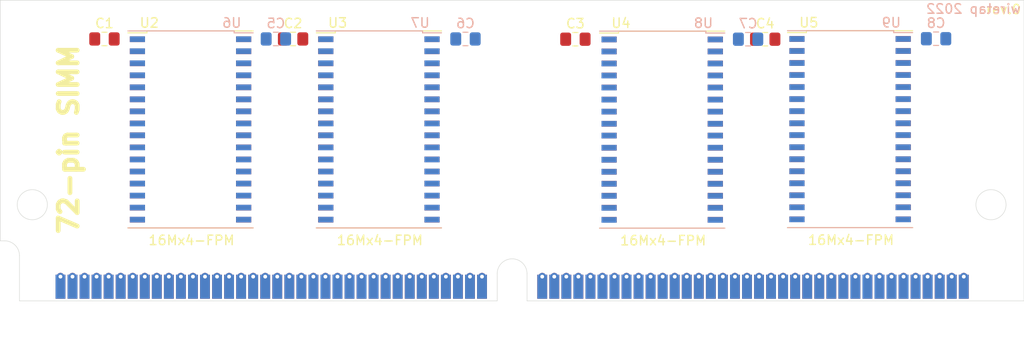
<source format=kicad_pcb>
(kicad_pcb (version 20171130) (host pcbnew "(5.1.6)-1")

  (general
    (thickness 1.6)
    (drawings 21)
    (tracks 72)
    (zones 0)
    (modules 17)
    (nets 345)
  )

  (page A4)
  (layers
    (0 F.Cu signal)
    (31 B.Cu signal)
    (32 B.Adhes user)
    (33 F.Adhes user)
    (34 B.Paste user)
    (35 F.Paste user)
    (36 B.SilkS user)
    (37 F.SilkS user)
    (38 B.Mask user)
    (39 F.Mask user)
    (40 Dwgs.User user)
    (41 Cmts.User user)
    (42 Eco1.User user)
    (43 Eco2.User user)
    (44 Edge.Cuts user)
    (45 Margin user)
    (46 B.CrtYd user)
    (47 F.CrtYd user)
    (48 B.Fab user)
    (49 F.Fab user)
  )

  (setup
    (last_trace_width 0.25)
    (trace_clearance 0.2)
    (zone_clearance 0.508)
    (zone_45_only no)
    (trace_min 0.2)
    (via_size 0.8)
    (via_drill 0.4)
    (via_min_size 0.4)
    (via_min_drill 0.3)
    (uvia_size 0.3)
    (uvia_drill 0.1)
    (uvias_allowed no)
    (uvia_min_size 0.2)
    (uvia_min_drill 0.1)
    (edge_width 0.05)
    (segment_width 0.2)
    (pcb_text_width 0.3)
    (pcb_text_size 1.5 1.5)
    (mod_edge_width 0.12)
    (mod_text_size 1 1)
    (mod_text_width 0.15)
    (pad_size 1.524 1.524)
    (pad_drill 0.762)
    (pad_to_mask_clearance 0.05)
    (aux_axis_origin 0 0)
    (grid_origin 105 111)
    (visible_elements 7FFFFFFF)
    (pcbplotparams
      (layerselection 0x010fc_ffffffff)
      (usegerberextensions false)
      (usegerberattributes true)
      (usegerberadvancedattributes true)
      (creategerberjobfile true)
      (excludeedgelayer true)
      (linewidth 0.100000)
      (plotframeref false)
      (viasonmask false)
      (mode 1)
      (useauxorigin false)
      (hpglpennumber 1)
      (hpglpenspeed 20)
      (hpglpendiameter 15.000000)
      (psnegative false)
      (psa4output false)
      (plotreference true)
      (plotvalue true)
      (plotinvisibletext false)
      (padsonsilk false)
      (subtractmaskfromsilk false)
      (outputformat 1)
      (mirror false)
      (drillshape 1)
      (scaleselection 1)
      (outputdirectory ""))
  )

  (net 0 "")
  (net 1 "Net-(U1-Pad1)")
  (net 2 "Net-(U1-Pad2)")
  (net 3 "Net-(U1-Pad3)")
  (net 4 "Net-(U1-Pad4)")
  (net 5 "Net-(U1-Pad5)")
  (net 6 "Net-(U1-Pad6)")
  (net 7 "Net-(U1-Pad7)")
  (net 8 "Net-(U1-Pad8)")
  (net 9 "Net-(U1-Pad9)")
  (net 10 "Net-(U1-Pad10)")
  (net 11 "Net-(U1-Pad11)")
  (net 12 "Net-(U1-Pad12)")
  (net 13 "Net-(U1-Pad13)")
  (net 14 "Net-(U1-Pad14)")
  (net 15 "Net-(U1-Pad15)")
  (net 16 "Net-(U1-Pad16)")
  (net 17 "Net-(U1-Pad17)")
  (net 18 "Net-(U1-Pad18)")
  (net 19 "Net-(U1-Pad19)")
  (net 20 "Net-(U1-Pad20)")
  (net 21 "Net-(U1-Pad21)")
  (net 22 "Net-(U1-Pad22)")
  (net 23 "Net-(U1-Pad23)")
  (net 24 "Net-(U1-Pad24)")
  (net 25 "Net-(U1-Pad25)")
  (net 26 "Net-(U1-Pad26)")
  (net 27 "Net-(U1-Pad27)")
  (net 28 "Net-(U1-Pad28)")
  (net 29 "Net-(U1-Pad29)")
  (net 30 "Net-(U1-Pad30)")
  (net 31 "Net-(U1-Pad31)")
  (net 32 "Net-(U1-Pad32)")
  (net 33 "Net-(U1-Pad33)")
  (net 34 "Net-(U1-Pad34)")
  (net 35 "Net-(U1-Pad35)")
  (net 36 "Net-(U1-Pad36)")
  (net 37 "Net-(U1-Pad69)")
  (net 38 "Net-(U1-Pad67)")
  (net 39 "Net-(U1-Pad65)")
  (net 40 "Net-(U1-Pad55)")
  (net 41 "Net-(U1-Pad60)")
  (net 42 "Net-(U1-Pad49)")
  (net 43 "Net-(U1-Pad39)")
  (net 44 "Net-(U1-Pad48)")
  (net 45 "Net-(U1-Pad44)")
  (net 46 "Net-(U1-Pad41)")
  (net 47 "Net-(U1-Pad63)")
  (net 48 "Net-(U1-Pad40)")
  (net 49 "Net-(U1-Pad59)")
  (net 50 "Net-(U1-Pad42)")
  (net 51 "Net-(U1-Pad54)")
  (net 52 "Net-(U1-Pad62)")
  (net 53 "Net-(U1-Pad51)")
  (net 54 "Net-(U1-Pad47)")
  (net 55 "Net-(U1-Pad46)")
  (net 56 "Net-(U1-Pad71)")
  (net 57 "Net-(U1-Pad61)")
  (net 58 "Net-(U1-Pad43)")
  (net 59 "Net-(U1-Pad38)")
  (net 60 "Net-(U1-Pad56)")
  (net 61 "Net-(U1-Pad68)")
  (net 62 "Net-(U1-Pad50)")
  (net 63 "Net-(U1-Pad64)")
  (net 64 "Net-(U1-Pad66)")
  (net 65 "Net-(U1-Pad52)")
  (net 66 "Net-(U1-Pad57)")
  (net 67 "Net-(U1-Pad58)")
  (net 68 "Net-(U1-Pad45)")
  (net 69 "Net-(U1-Pad53)")
  (net 70 "Net-(U1-Pad72)")
  (net 71 "Net-(U1-Pad70)")
  (net 72 "Net-(U1-Pad37)")
  (net 73 "Net-(C1-Pad1)")
  (net 74 "Net-(C1-Pad2)")
  (net 75 "Net-(C2-Pad1)")
  (net 76 "Net-(C2-Pad2)")
  (net 77 "Net-(C3-Pad2)")
  (net 78 "Net-(C3-Pad1)")
  (net 79 "Net-(C4-Pad2)")
  (net 80 "Net-(C4-Pad1)")
  (net 81 "Net-(C5-Pad1)")
  (net 82 "Net-(C5-Pad2)")
  (net 83 "Net-(C6-Pad1)")
  (net 84 "Net-(C6-Pad2)")
  (net 85 "Net-(C7-Pad2)")
  (net 86 "Net-(C7-Pad1)")
  (net 87 "Net-(C8-Pad2)")
  (net 88 "Net-(C8-Pad1)")
  (net 89 "Net-(U2-Pad1)")
  (net 90 "Net-(U2-Pad2)")
  (net 91 "Net-(U2-Pad3)")
  (net 92 "Net-(U2-Pad4)")
  (net 93 "Net-(U2-Pad5)")
  (net 94 "Net-(U2-Pad6)")
  (net 95 "Net-(U2-Pad7)")
  (net 96 "Net-(U2-Pad8)")
  (net 97 "Net-(U2-Pad9)")
  (net 98 "Net-(U2-Pad10)")
  (net 99 "Net-(U2-Pad11)")
  (net 100 "Net-(U2-Pad12)")
  (net 101 "Net-(U2-Pad13)")
  (net 102 "Net-(U2-Pad14)")
  (net 103 "Net-(U2-Pad15)")
  (net 104 "Net-(U2-Pad16)")
  (net 105 "Net-(U2-Pad17)")
  (net 106 "Net-(U2-Pad18)")
  (net 107 "Net-(U2-Pad19)")
  (net 108 "Net-(U2-Pad20)")
  (net 109 "Net-(U2-Pad21)")
  (net 110 "Net-(U2-Pad22)")
  (net 111 "Net-(U2-Pad23)")
  (net 112 "Net-(U2-Pad24)")
  (net 113 "Net-(U2-Pad25)")
  (net 114 "Net-(U2-Pad26)")
  (net 115 "Net-(U2-Pad27)")
  (net 116 "Net-(U2-Pad28)")
  (net 117 "Net-(U2-Pad29)")
  (net 118 "Net-(U2-Pad30)")
  (net 119 "Net-(U2-Pad31)")
  (net 120 "Net-(U2-Pad32)")
  (net 121 "Net-(U3-Pad1)")
  (net 122 "Net-(U3-Pad2)")
  (net 123 "Net-(U3-Pad3)")
  (net 124 "Net-(U3-Pad4)")
  (net 125 "Net-(U3-Pad5)")
  (net 126 "Net-(U3-Pad6)")
  (net 127 "Net-(U3-Pad7)")
  (net 128 "Net-(U3-Pad8)")
  (net 129 "Net-(U3-Pad9)")
  (net 130 "Net-(U3-Pad10)")
  (net 131 "Net-(U3-Pad11)")
  (net 132 "Net-(U3-Pad12)")
  (net 133 "Net-(U3-Pad13)")
  (net 134 "Net-(U3-Pad14)")
  (net 135 "Net-(U3-Pad15)")
  (net 136 "Net-(U3-Pad16)")
  (net 137 "Net-(U3-Pad17)")
  (net 138 "Net-(U3-Pad18)")
  (net 139 "Net-(U3-Pad19)")
  (net 140 "Net-(U3-Pad20)")
  (net 141 "Net-(U3-Pad21)")
  (net 142 "Net-(U3-Pad22)")
  (net 143 "Net-(U3-Pad23)")
  (net 144 "Net-(U3-Pad24)")
  (net 145 "Net-(U3-Pad25)")
  (net 146 "Net-(U3-Pad26)")
  (net 147 "Net-(U3-Pad27)")
  (net 148 "Net-(U3-Pad28)")
  (net 149 "Net-(U3-Pad29)")
  (net 150 "Net-(U3-Pad30)")
  (net 151 "Net-(U3-Pad31)")
  (net 152 "Net-(U3-Pad32)")
  (net 153 "Net-(U4-Pad32)")
  (net 154 "Net-(U4-Pad31)")
  (net 155 "Net-(U4-Pad30)")
  (net 156 "Net-(U4-Pad29)")
  (net 157 "Net-(U4-Pad28)")
  (net 158 "Net-(U4-Pad27)")
  (net 159 "Net-(U4-Pad26)")
  (net 160 "Net-(U4-Pad25)")
  (net 161 "Net-(U4-Pad24)")
  (net 162 "Net-(U4-Pad23)")
  (net 163 "Net-(U4-Pad22)")
  (net 164 "Net-(U4-Pad21)")
  (net 165 "Net-(U4-Pad20)")
  (net 166 "Net-(U4-Pad19)")
  (net 167 "Net-(U4-Pad18)")
  (net 168 "Net-(U4-Pad17)")
  (net 169 "Net-(U4-Pad16)")
  (net 170 "Net-(U4-Pad15)")
  (net 171 "Net-(U4-Pad14)")
  (net 172 "Net-(U4-Pad13)")
  (net 173 "Net-(U4-Pad12)")
  (net 174 "Net-(U4-Pad11)")
  (net 175 "Net-(U4-Pad10)")
  (net 176 "Net-(U4-Pad9)")
  (net 177 "Net-(U4-Pad8)")
  (net 178 "Net-(U4-Pad7)")
  (net 179 "Net-(U4-Pad6)")
  (net 180 "Net-(U4-Pad5)")
  (net 181 "Net-(U4-Pad4)")
  (net 182 "Net-(U4-Pad3)")
  (net 183 "Net-(U4-Pad2)")
  (net 184 "Net-(U4-Pad1)")
  (net 185 "Net-(U5-Pad32)")
  (net 186 "Net-(U5-Pad31)")
  (net 187 "Net-(U5-Pad30)")
  (net 188 "Net-(U5-Pad29)")
  (net 189 "Net-(U5-Pad28)")
  (net 190 "Net-(U5-Pad27)")
  (net 191 "Net-(U5-Pad26)")
  (net 192 "Net-(U5-Pad25)")
  (net 193 "Net-(U5-Pad24)")
  (net 194 "Net-(U5-Pad23)")
  (net 195 "Net-(U5-Pad22)")
  (net 196 "Net-(U5-Pad21)")
  (net 197 "Net-(U5-Pad20)")
  (net 198 "Net-(U5-Pad19)")
  (net 199 "Net-(U5-Pad18)")
  (net 200 "Net-(U5-Pad17)")
  (net 201 "Net-(U5-Pad16)")
  (net 202 "Net-(U5-Pad15)")
  (net 203 "Net-(U5-Pad14)")
  (net 204 "Net-(U5-Pad13)")
  (net 205 "Net-(U5-Pad12)")
  (net 206 "Net-(U5-Pad11)")
  (net 207 "Net-(U5-Pad10)")
  (net 208 "Net-(U5-Pad9)")
  (net 209 "Net-(U5-Pad8)")
  (net 210 "Net-(U5-Pad7)")
  (net 211 "Net-(U5-Pad6)")
  (net 212 "Net-(U5-Pad5)")
  (net 213 "Net-(U5-Pad4)")
  (net 214 "Net-(U5-Pad3)")
  (net 215 "Net-(U5-Pad2)")
  (net 216 "Net-(U5-Pad1)")
  (net 217 "Net-(U6-Pad1)")
  (net 218 "Net-(U6-Pad2)")
  (net 219 "Net-(U6-Pad3)")
  (net 220 "Net-(U6-Pad4)")
  (net 221 "Net-(U6-Pad5)")
  (net 222 "Net-(U6-Pad6)")
  (net 223 "Net-(U6-Pad7)")
  (net 224 "Net-(U6-Pad8)")
  (net 225 "Net-(U6-Pad9)")
  (net 226 "Net-(U6-Pad10)")
  (net 227 "Net-(U6-Pad11)")
  (net 228 "Net-(U6-Pad12)")
  (net 229 "Net-(U6-Pad13)")
  (net 230 "Net-(U6-Pad14)")
  (net 231 "Net-(U6-Pad15)")
  (net 232 "Net-(U6-Pad16)")
  (net 233 "Net-(U6-Pad17)")
  (net 234 "Net-(U6-Pad18)")
  (net 235 "Net-(U6-Pad19)")
  (net 236 "Net-(U6-Pad20)")
  (net 237 "Net-(U6-Pad21)")
  (net 238 "Net-(U6-Pad22)")
  (net 239 "Net-(U6-Pad23)")
  (net 240 "Net-(U6-Pad24)")
  (net 241 "Net-(U6-Pad25)")
  (net 242 "Net-(U6-Pad26)")
  (net 243 "Net-(U6-Pad27)")
  (net 244 "Net-(U6-Pad28)")
  (net 245 "Net-(U6-Pad29)")
  (net 246 "Net-(U6-Pad30)")
  (net 247 "Net-(U6-Pad31)")
  (net 248 "Net-(U6-Pad32)")
  (net 249 "Net-(U7-Pad1)")
  (net 250 "Net-(U7-Pad2)")
  (net 251 "Net-(U7-Pad3)")
  (net 252 "Net-(U7-Pad4)")
  (net 253 "Net-(U7-Pad5)")
  (net 254 "Net-(U7-Pad6)")
  (net 255 "Net-(U7-Pad7)")
  (net 256 "Net-(U7-Pad8)")
  (net 257 "Net-(U7-Pad9)")
  (net 258 "Net-(U7-Pad10)")
  (net 259 "Net-(U7-Pad11)")
  (net 260 "Net-(U7-Pad12)")
  (net 261 "Net-(U7-Pad13)")
  (net 262 "Net-(U7-Pad14)")
  (net 263 "Net-(U7-Pad15)")
  (net 264 "Net-(U7-Pad16)")
  (net 265 "Net-(U7-Pad17)")
  (net 266 "Net-(U7-Pad18)")
  (net 267 "Net-(U7-Pad19)")
  (net 268 "Net-(U7-Pad20)")
  (net 269 "Net-(U7-Pad21)")
  (net 270 "Net-(U7-Pad22)")
  (net 271 "Net-(U7-Pad23)")
  (net 272 "Net-(U7-Pad24)")
  (net 273 "Net-(U7-Pad25)")
  (net 274 "Net-(U7-Pad26)")
  (net 275 "Net-(U7-Pad27)")
  (net 276 "Net-(U7-Pad28)")
  (net 277 "Net-(U7-Pad29)")
  (net 278 "Net-(U7-Pad30)")
  (net 279 "Net-(U7-Pad31)")
  (net 280 "Net-(U7-Pad32)")
  (net 281 "Net-(U8-Pad32)")
  (net 282 "Net-(U8-Pad31)")
  (net 283 "Net-(U8-Pad30)")
  (net 284 "Net-(U8-Pad29)")
  (net 285 "Net-(U8-Pad28)")
  (net 286 "Net-(U8-Pad27)")
  (net 287 "Net-(U8-Pad26)")
  (net 288 "Net-(U8-Pad25)")
  (net 289 "Net-(U8-Pad24)")
  (net 290 "Net-(U8-Pad23)")
  (net 291 "Net-(U8-Pad22)")
  (net 292 "Net-(U8-Pad21)")
  (net 293 "Net-(U8-Pad20)")
  (net 294 "Net-(U8-Pad19)")
  (net 295 "Net-(U8-Pad18)")
  (net 296 "Net-(U8-Pad17)")
  (net 297 "Net-(U8-Pad16)")
  (net 298 "Net-(U8-Pad15)")
  (net 299 "Net-(U8-Pad14)")
  (net 300 "Net-(U8-Pad13)")
  (net 301 "Net-(U8-Pad12)")
  (net 302 "Net-(U8-Pad11)")
  (net 303 "Net-(U8-Pad10)")
  (net 304 "Net-(U8-Pad9)")
  (net 305 "Net-(U8-Pad8)")
  (net 306 "Net-(U8-Pad7)")
  (net 307 "Net-(U8-Pad6)")
  (net 308 "Net-(U8-Pad5)")
  (net 309 "Net-(U8-Pad4)")
  (net 310 "Net-(U8-Pad3)")
  (net 311 "Net-(U8-Pad2)")
  (net 312 "Net-(U8-Pad1)")
  (net 313 "Net-(U9-Pad32)")
  (net 314 "Net-(U9-Pad31)")
  (net 315 "Net-(U9-Pad30)")
  (net 316 "Net-(U9-Pad29)")
  (net 317 "Net-(U9-Pad28)")
  (net 318 "Net-(U9-Pad27)")
  (net 319 "Net-(U9-Pad26)")
  (net 320 "Net-(U9-Pad25)")
  (net 321 "Net-(U9-Pad24)")
  (net 322 "Net-(U9-Pad23)")
  (net 323 "Net-(U9-Pad22)")
  (net 324 "Net-(U9-Pad21)")
  (net 325 "Net-(U9-Pad20)")
  (net 326 "Net-(U9-Pad19)")
  (net 327 "Net-(U9-Pad18)")
  (net 328 "Net-(U9-Pad17)")
  (net 329 "Net-(U9-Pad16)")
  (net 330 "Net-(U9-Pad15)")
  (net 331 "Net-(U9-Pad14)")
  (net 332 "Net-(U9-Pad13)")
  (net 333 "Net-(U9-Pad12)")
  (net 334 "Net-(U9-Pad11)")
  (net 335 "Net-(U9-Pad10)")
  (net 336 "Net-(U9-Pad9)")
  (net 337 "Net-(U9-Pad8)")
  (net 338 "Net-(U9-Pad7)")
  (net 339 "Net-(U9-Pad6)")
  (net 340 "Net-(U9-Pad5)")
  (net 341 "Net-(U9-Pad4)")
  (net 342 "Net-(U9-Pad3)")
  (net 343 "Net-(U9-Pad2)")
  (net 344 "Net-(U9-Pad1)")

  (net_class Default "This is the default net class."
    (clearance 0.2)
    (trace_width 0.25)
    (via_dia 0.8)
    (via_drill 0.4)
    (uvia_dia 0.3)
    (uvia_drill 0.1)
    (add_net "Net-(C1-Pad1)")
    (add_net "Net-(C1-Pad2)")
    (add_net "Net-(C2-Pad1)")
    (add_net "Net-(C2-Pad2)")
    (add_net "Net-(C3-Pad1)")
    (add_net "Net-(C3-Pad2)")
    (add_net "Net-(C4-Pad1)")
    (add_net "Net-(C4-Pad2)")
    (add_net "Net-(C5-Pad1)")
    (add_net "Net-(C5-Pad2)")
    (add_net "Net-(C6-Pad1)")
    (add_net "Net-(C6-Pad2)")
    (add_net "Net-(C7-Pad1)")
    (add_net "Net-(C7-Pad2)")
    (add_net "Net-(C8-Pad1)")
    (add_net "Net-(C8-Pad2)")
    (add_net "Net-(U1-Pad1)")
    (add_net "Net-(U1-Pad10)")
    (add_net "Net-(U1-Pad11)")
    (add_net "Net-(U1-Pad12)")
    (add_net "Net-(U1-Pad13)")
    (add_net "Net-(U1-Pad14)")
    (add_net "Net-(U1-Pad15)")
    (add_net "Net-(U1-Pad16)")
    (add_net "Net-(U1-Pad17)")
    (add_net "Net-(U1-Pad18)")
    (add_net "Net-(U1-Pad19)")
    (add_net "Net-(U1-Pad2)")
    (add_net "Net-(U1-Pad20)")
    (add_net "Net-(U1-Pad21)")
    (add_net "Net-(U1-Pad22)")
    (add_net "Net-(U1-Pad23)")
    (add_net "Net-(U1-Pad24)")
    (add_net "Net-(U1-Pad25)")
    (add_net "Net-(U1-Pad26)")
    (add_net "Net-(U1-Pad27)")
    (add_net "Net-(U1-Pad28)")
    (add_net "Net-(U1-Pad29)")
    (add_net "Net-(U1-Pad3)")
    (add_net "Net-(U1-Pad30)")
    (add_net "Net-(U1-Pad31)")
    (add_net "Net-(U1-Pad32)")
    (add_net "Net-(U1-Pad33)")
    (add_net "Net-(U1-Pad34)")
    (add_net "Net-(U1-Pad35)")
    (add_net "Net-(U1-Pad36)")
    (add_net "Net-(U1-Pad37)")
    (add_net "Net-(U1-Pad38)")
    (add_net "Net-(U1-Pad39)")
    (add_net "Net-(U1-Pad4)")
    (add_net "Net-(U1-Pad40)")
    (add_net "Net-(U1-Pad41)")
    (add_net "Net-(U1-Pad42)")
    (add_net "Net-(U1-Pad43)")
    (add_net "Net-(U1-Pad44)")
    (add_net "Net-(U1-Pad45)")
    (add_net "Net-(U1-Pad46)")
    (add_net "Net-(U1-Pad47)")
    (add_net "Net-(U1-Pad48)")
    (add_net "Net-(U1-Pad49)")
    (add_net "Net-(U1-Pad5)")
    (add_net "Net-(U1-Pad50)")
    (add_net "Net-(U1-Pad51)")
    (add_net "Net-(U1-Pad52)")
    (add_net "Net-(U1-Pad53)")
    (add_net "Net-(U1-Pad54)")
    (add_net "Net-(U1-Pad55)")
    (add_net "Net-(U1-Pad56)")
    (add_net "Net-(U1-Pad57)")
    (add_net "Net-(U1-Pad58)")
    (add_net "Net-(U1-Pad59)")
    (add_net "Net-(U1-Pad6)")
    (add_net "Net-(U1-Pad60)")
    (add_net "Net-(U1-Pad61)")
    (add_net "Net-(U1-Pad62)")
    (add_net "Net-(U1-Pad63)")
    (add_net "Net-(U1-Pad64)")
    (add_net "Net-(U1-Pad65)")
    (add_net "Net-(U1-Pad66)")
    (add_net "Net-(U1-Pad67)")
    (add_net "Net-(U1-Pad68)")
    (add_net "Net-(U1-Pad69)")
    (add_net "Net-(U1-Pad7)")
    (add_net "Net-(U1-Pad70)")
    (add_net "Net-(U1-Pad71)")
    (add_net "Net-(U1-Pad72)")
    (add_net "Net-(U1-Pad8)")
    (add_net "Net-(U1-Pad9)")
    (add_net "Net-(U2-Pad1)")
    (add_net "Net-(U2-Pad10)")
    (add_net "Net-(U2-Pad11)")
    (add_net "Net-(U2-Pad12)")
    (add_net "Net-(U2-Pad13)")
    (add_net "Net-(U2-Pad14)")
    (add_net "Net-(U2-Pad15)")
    (add_net "Net-(U2-Pad16)")
    (add_net "Net-(U2-Pad17)")
    (add_net "Net-(U2-Pad18)")
    (add_net "Net-(U2-Pad19)")
    (add_net "Net-(U2-Pad2)")
    (add_net "Net-(U2-Pad20)")
    (add_net "Net-(U2-Pad21)")
    (add_net "Net-(U2-Pad22)")
    (add_net "Net-(U2-Pad23)")
    (add_net "Net-(U2-Pad24)")
    (add_net "Net-(U2-Pad25)")
    (add_net "Net-(U2-Pad26)")
    (add_net "Net-(U2-Pad27)")
    (add_net "Net-(U2-Pad28)")
    (add_net "Net-(U2-Pad29)")
    (add_net "Net-(U2-Pad3)")
    (add_net "Net-(U2-Pad30)")
    (add_net "Net-(U2-Pad31)")
    (add_net "Net-(U2-Pad32)")
    (add_net "Net-(U2-Pad4)")
    (add_net "Net-(U2-Pad5)")
    (add_net "Net-(U2-Pad6)")
    (add_net "Net-(U2-Pad7)")
    (add_net "Net-(U2-Pad8)")
    (add_net "Net-(U2-Pad9)")
    (add_net "Net-(U3-Pad1)")
    (add_net "Net-(U3-Pad10)")
    (add_net "Net-(U3-Pad11)")
    (add_net "Net-(U3-Pad12)")
    (add_net "Net-(U3-Pad13)")
    (add_net "Net-(U3-Pad14)")
    (add_net "Net-(U3-Pad15)")
    (add_net "Net-(U3-Pad16)")
    (add_net "Net-(U3-Pad17)")
    (add_net "Net-(U3-Pad18)")
    (add_net "Net-(U3-Pad19)")
    (add_net "Net-(U3-Pad2)")
    (add_net "Net-(U3-Pad20)")
    (add_net "Net-(U3-Pad21)")
    (add_net "Net-(U3-Pad22)")
    (add_net "Net-(U3-Pad23)")
    (add_net "Net-(U3-Pad24)")
    (add_net "Net-(U3-Pad25)")
    (add_net "Net-(U3-Pad26)")
    (add_net "Net-(U3-Pad27)")
    (add_net "Net-(U3-Pad28)")
    (add_net "Net-(U3-Pad29)")
    (add_net "Net-(U3-Pad3)")
    (add_net "Net-(U3-Pad30)")
    (add_net "Net-(U3-Pad31)")
    (add_net "Net-(U3-Pad32)")
    (add_net "Net-(U3-Pad4)")
    (add_net "Net-(U3-Pad5)")
    (add_net "Net-(U3-Pad6)")
    (add_net "Net-(U3-Pad7)")
    (add_net "Net-(U3-Pad8)")
    (add_net "Net-(U3-Pad9)")
    (add_net "Net-(U4-Pad1)")
    (add_net "Net-(U4-Pad10)")
    (add_net "Net-(U4-Pad11)")
    (add_net "Net-(U4-Pad12)")
    (add_net "Net-(U4-Pad13)")
    (add_net "Net-(U4-Pad14)")
    (add_net "Net-(U4-Pad15)")
    (add_net "Net-(U4-Pad16)")
    (add_net "Net-(U4-Pad17)")
    (add_net "Net-(U4-Pad18)")
    (add_net "Net-(U4-Pad19)")
    (add_net "Net-(U4-Pad2)")
    (add_net "Net-(U4-Pad20)")
    (add_net "Net-(U4-Pad21)")
    (add_net "Net-(U4-Pad22)")
    (add_net "Net-(U4-Pad23)")
    (add_net "Net-(U4-Pad24)")
    (add_net "Net-(U4-Pad25)")
    (add_net "Net-(U4-Pad26)")
    (add_net "Net-(U4-Pad27)")
    (add_net "Net-(U4-Pad28)")
    (add_net "Net-(U4-Pad29)")
    (add_net "Net-(U4-Pad3)")
    (add_net "Net-(U4-Pad30)")
    (add_net "Net-(U4-Pad31)")
    (add_net "Net-(U4-Pad32)")
    (add_net "Net-(U4-Pad4)")
    (add_net "Net-(U4-Pad5)")
    (add_net "Net-(U4-Pad6)")
    (add_net "Net-(U4-Pad7)")
    (add_net "Net-(U4-Pad8)")
    (add_net "Net-(U4-Pad9)")
    (add_net "Net-(U5-Pad1)")
    (add_net "Net-(U5-Pad10)")
    (add_net "Net-(U5-Pad11)")
    (add_net "Net-(U5-Pad12)")
    (add_net "Net-(U5-Pad13)")
    (add_net "Net-(U5-Pad14)")
    (add_net "Net-(U5-Pad15)")
    (add_net "Net-(U5-Pad16)")
    (add_net "Net-(U5-Pad17)")
    (add_net "Net-(U5-Pad18)")
    (add_net "Net-(U5-Pad19)")
    (add_net "Net-(U5-Pad2)")
    (add_net "Net-(U5-Pad20)")
    (add_net "Net-(U5-Pad21)")
    (add_net "Net-(U5-Pad22)")
    (add_net "Net-(U5-Pad23)")
    (add_net "Net-(U5-Pad24)")
    (add_net "Net-(U5-Pad25)")
    (add_net "Net-(U5-Pad26)")
    (add_net "Net-(U5-Pad27)")
    (add_net "Net-(U5-Pad28)")
    (add_net "Net-(U5-Pad29)")
    (add_net "Net-(U5-Pad3)")
    (add_net "Net-(U5-Pad30)")
    (add_net "Net-(U5-Pad31)")
    (add_net "Net-(U5-Pad32)")
    (add_net "Net-(U5-Pad4)")
    (add_net "Net-(U5-Pad5)")
    (add_net "Net-(U5-Pad6)")
    (add_net "Net-(U5-Pad7)")
    (add_net "Net-(U5-Pad8)")
    (add_net "Net-(U5-Pad9)")
    (add_net "Net-(U6-Pad1)")
    (add_net "Net-(U6-Pad10)")
    (add_net "Net-(U6-Pad11)")
    (add_net "Net-(U6-Pad12)")
    (add_net "Net-(U6-Pad13)")
    (add_net "Net-(U6-Pad14)")
    (add_net "Net-(U6-Pad15)")
    (add_net "Net-(U6-Pad16)")
    (add_net "Net-(U6-Pad17)")
    (add_net "Net-(U6-Pad18)")
    (add_net "Net-(U6-Pad19)")
    (add_net "Net-(U6-Pad2)")
    (add_net "Net-(U6-Pad20)")
    (add_net "Net-(U6-Pad21)")
    (add_net "Net-(U6-Pad22)")
    (add_net "Net-(U6-Pad23)")
    (add_net "Net-(U6-Pad24)")
    (add_net "Net-(U6-Pad25)")
    (add_net "Net-(U6-Pad26)")
    (add_net "Net-(U6-Pad27)")
    (add_net "Net-(U6-Pad28)")
    (add_net "Net-(U6-Pad29)")
    (add_net "Net-(U6-Pad3)")
    (add_net "Net-(U6-Pad30)")
    (add_net "Net-(U6-Pad31)")
    (add_net "Net-(U6-Pad32)")
    (add_net "Net-(U6-Pad4)")
    (add_net "Net-(U6-Pad5)")
    (add_net "Net-(U6-Pad6)")
    (add_net "Net-(U6-Pad7)")
    (add_net "Net-(U6-Pad8)")
    (add_net "Net-(U6-Pad9)")
    (add_net "Net-(U7-Pad1)")
    (add_net "Net-(U7-Pad10)")
    (add_net "Net-(U7-Pad11)")
    (add_net "Net-(U7-Pad12)")
    (add_net "Net-(U7-Pad13)")
    (add_net "Net-(U7-Pad14)")
    (add_net "Net-(U7-Pad15)")
    (add_net "Net-(U7-Pad16)")
    (add_net "Net-(U7-Pad17)")
    (add_net "Net-(U7-Pad18)")
    (add_net "Net-(U7-Pad19)")
    (add_net "Net-(U7-Pad2)")
    (add_net "Net-(U7-Pad20)")
    (add_net "Net-(U7-Pad21)")
    (add_net "Net-(U7-Pad22)")
    (add_net "Net-(U7-Pad23)")
    (add_net "Net-(U7-Pad24)")
    (add_net "Net-(U7-Pad25)")
    (add_net "Net-(U7-Pad26)")
    (add_net "Net-(U7-Pad27)")
    (add_net "Net-(U7-Pad28)")
    (add_net "Net-(U7-Pad29)")
    (add_net "Net-(U7-Pad3)")
    (add_net "Net-(U7-Pad30)")
    (add_net "Net-(U7-Pad31)")
    (add_net "Net-(U7-Pad32)")
    (add_net "Net-(U7-Pad4)")
    (add_net "Net-(U7-Pad5)")
    (add_net "Net-(U7-Pad6)")
    (add_net "Net-(U7-Pad7)")
    (add_net "Net-(U7-Pad8)")
    (add_net "Net-(U7-Pad9)")
    (add_net "Net-(U8-Pad1)")
    (add_net "Net-(U8-Pad10)")
    (add_net "Net-(U8-Pad11)")
    (add_net "Net-(U8-Pad12)")
    (add_net "Net-(U8-Pad13)")
    (add_net "Net-(U8-Pad14)")
    (add_net "Net-(U8-Pad15)")
    (add_net "Net-(U8-Pad16)")
    (add_net "Net-(U8-Pad17)")
    (add_net "Net-(U8-Pad18)")
    (add_net "Net-(U8-Pad19)")
    (add_net "Net-(U8-Pad2)")
    (add_net "Net-(U8-Pad20)")
    (add_net "Net-(U8-Pad21)")
    (add_net "Net-(U8-Pad22)")
    (add_net "Net-(U8-Pad23)")
    (add_net "Net-(U8-Pad24)")
    (add_net "Net-(U8-Pad25)")
    (add_net "Net-(U8-Pad26)")
    (add_net "Net-(U8-Pad27)")
    (add_net "Net-(U8-Pad28)")
    (add_net "Net-(U8-Pad29)")
    (add_net "Net-(U8-Pad3)")
    (add_net "Net-(U8-Pad30)")
    (add_net "Net-(U8-Pad31)")
    (add_net "Net-(U8-Pad32)")
    (add_net "Net-(U8-Pad4)")
    (add_net "Net-(U8-Pad5)")
    (add_net "Net-(U8-Pad6)")
    (add_net "Net-(U8-Pad7)")
    (add_net "Net-(U8-Pad8)")
    (add_net "Net-(U8-Pad9)")
    (add_net "Net-(U9-Pad1)")
    (add_net "Net-(U9-Pad10)")
    (add_net "Net-(U9-Pad11)")
    (add_net "Net-(U9-Pad12)")
    (add_net "Net-(U9-Pad13)")
    (add_net "Net-(U9-Pad14)")
    (add_net "Net-(U9-Pad15)")
    (add_net "Net-(U9-Pad16)")
    (add_net "Net-(U9-Pad17)")
    (add_net "Net-(U9-Pad18)")
    (add_net "Net-(U9-Pad19)")
    (add_net "Net-(U9-Pad2)")
    (add_net "Net-(U9-Pad20)")
    (add_net "Net-(U9-Pad21)")
    (add_net "Net-(U9-Pad22)")
    (add_net "Net-(U9-Pad23)")
    (add_net "Net-(U9-Pad24)")
    (add_net "Net-(U9-Pad25)")
    (add_net "Net-(U9-Pad26)")
    (add_net "Net-(U9-Pad27)")
    (add_net "Net-(U9-Pad28)")
    (add_net "Net-(U9-Pad29)")
    (add_net "Net-(U9-Pad3)")
    (add_net "Net-(U9-Pad30)")
    (add_net "Net-(U9-Pad31)")
    (add_net "Net-(U9-Pad32)")
    (add_net "Net-(U9-Pad4)")
    (add_net "Net-(U9-Pad5)")
    (add_net "Net-(U9-Pad6)")
    (add_net "Net-(U9-Pad7)")
    (add_net "Net-(U9-Pad8)")
    (add_net "Net-(U9-Pad9)")
  )

  (module SamacSys_Parts:72p-SIMM locked (layer F.Cu) (tedit 634D39EE) (tstamp 634DC3C3)
    (at 158.925 110.7714)
    (descr "72-pin SIMM Memory")
    (tags "SIMM, 72p")
    (path /634DAC44)
    (attr smd)
    (fp_text reference U1 (at 0.05 1.27) (layer F.SilkS) hide
      (effects (font (size 1 1) (thickness 0.15)))
    )
    (fp_text value 72p-SIMM (at 0.05 2.54) (layer F.Fab)
      (effects (font (size 1 1) (thickness 0.15)))
    )
    (pad 1 smd rect (at -47.575 -1.27) (size 1.04 2.54) (layers F.Cu F.Paste F.Mask)
      (net 1 "Net-(U1-Pad1)"))
    (pad 2 smd rect (at -46.305 -1.27) (size 1.04 2.54) (layers F.Cu F.Paste F.Mask)
      (net 2 "Net-(U1-Pad2)"))
    (pad 3 smd rect (at -45.035 -1.27) (size 1.04 2.54) (layers F.Cu F.Paste F.Mask)
      (net 3 "Net-(U1-Pad3)"))
    (pad 4 smd rect (at -43.765 -1.27) (size 1.04 2.54) (layers F.Cu F.Paste F.Mask)
      (net 4 "Net-(U1-Pad4)"))
    (pad 5 smd rect (at -42.495 -1.27) (size 1.04 2.54) (layers F.Cu F.Paste F.Mask)
      (net 5 "Net-(U1-Pad5)"))
    (pad 6 smd rect (at -41.225 -1.27) (size 1.04 2.54) (layers F.Cu F.Paste F.Mask)
      (net 6 "Net-(U1-Pad6)"))
    (pad 7 smd rect (at -39.955 -1.27) (size 1.04 2.54) (layers F.Cu F.Paste F.Mask)
      (net 7 "Net-(U1-Pad7)"))
    (pad 8 smd rect (at -38.685 -1.27) (size 1.04 2.54) (layers F.Cu F.Paste F.Mask)
      (net 8 "Net-(U1-Pad8)"))
    (pad 9 smd rect (at -37.415 -1.27) (size 1.04 2.54) (layers F.Cu F.Paste F.Mask)
      (net 9 "Net-(U1-Pad9)"))
    (pad 10 smd rect (at -36.145 -1.27) (size 1.04 2.54) (layers F.Cu F.Paste F.Mask)
      (net 10 "Net-(U1-Pad10)"))
    (pad 11 smd rect (at -34.875 -1.27) (size 1.04 2.54) (layers F.Cu F.Paste F.Mask)
      (net 11 "Net-(U1-Pad11)"))
    (pad 12 smd rect (at -33.605 -1.27) (size 1.04 2.54) (layers F.Cu F.Paste F.Mask)
      (net 12 "Net-(U1-Pad12)"))
    (pad 13 smd rect (at -32.335 -1.27) (size 1.04 2.54) (layers F.Cu F.Paste F.Mask)
      (net 13 "Net-(U1-Pad13)"))
    (pad 14 smd rect (at -31.065 -1.27) (size 1.04 2.54) (layers F.Cu F.Paste F.Mask)
      (net 14 "Net-(U1-Pad14)"))
    (pad 15 smd rect (at -29.795 -1.27) (size 1.04 2.54) (layers F.Cu F.Paste F.Mask)
      (net 15 "Net-(U1-Pad15)"))
    (pad 16 smd rect (at -28.525 -1.27) (size 1.04 2.54) (layers F.Cu F.Paste F.Mask)
      (net 16 "Net-(U1-Pad16)"))
    (pad 17 smd rect (at -27.255 -1.27) (size 1.04 2.54) (layers F.Cu F.Paste F.Mask)
      (net 17 "Net-(U1-Pad17)"))
    (pad 18 smd rect (at -25.985 -1.27) (size 1.04 2.54) (layers F.Cu F.Paste F.Mask)
      (net 18 "Net-(U1-Pad18)"))
    (pad 19 smd rect (at -24.715 -1.27) (size 1.04 2.54) (layers F.Cu F.Paste F.Mask)
      (net 19 "Net-(U1-Pad19)"))
    (pad 20 smd rect (at -23.445 -1.27) (size 1.04 2.54) (layers F.Cu F.Paste F.Mask)
      (net 20 "Net-(U1-Pad20)"))
    (pad 21 smd rect (at -22.175 -1.27) (size 1.04 2.54) (layers F.Cu F.Paste F.Mask)
      (net 21 "Net-(U1-Pad21)"))
    (pad 22 smd rect (at -20.905 -1.27) (size 1.04 2.54) (layers F.Cu F.Paste F.Mask)
      (net 22 "Net-(U1-Pad22)"))
    (pad 23 smd rect (at -19.635 -1.27) (size 1.04 2.54) (layers F.Cu F.Paste F.Mask)
      (net 23 "Net-(U1-Pad23)"))
    (pad 24 smd rect (at -18.365 -1.27) (size 1.04 2.54) (layers F.Cu F.Paste F.Mask)
      (net 24 "Net-(U1-Pad24)"))
    (pad 25 smd rect (at -17.095 -1.27) (size 1.04 2.54) (layers F.Cu F.Paste F.Mask)
      (net 25 "Net-(U1-Pad25)"))
    (pad 26 smd rect (at -15.825 -1.27) (size 1.04 2.54) (layers F.Cu F.Paste F.Mask)
      (net 26 "Net-(U1-Pad26)"))
    (pad 27 smd rect (at -14.555 -1.27) (size 1.04 2.54) (layers F.Cu F.Paste F.Mask)
      (net 27 "Net-(U1-Pad27)"))
    (pad 28 smd rect (at -13.285 -1.27) (size 1.04 2.54) (layers F.Cu F.Paste F.Mask)
      (net 28 "Net-(U1-Pad28)"))
    (pad 29 smd rect (at -12.015 -1.27) (size 1.04 2.54) (layers F.Cu F.Paste F.Mask)
      (net 29 "Net-(U1-Pad29)"))
    (pad 30 smd rect (at -10.745 -1.27) (size 1.04 2.54) (layers F.Cu F.Paste F.Mask)
      (net 30 "Net-(U1-Pad30)"))
    (pad 31 smd rect (at -9.475 -1.27) (size 1.04 2.54) (layers F.Cu F.Paste F.Mask)
      (net 31 "Net-(U1-Pad31)"))
    (pad 32 smd rect (at -8.205 -1.27) (size 1.04 2.54) (layers F.Cu F.Paste F.Mask)
      (net 32 "Net-(U1-Pad32)"))
    (pad 33 smd rect (at -6.935 -1.27) (size 1.04 2.54) (layers F.Cu F.Paste F.Mask)
      (net 33 "Net-(U1-Pad33)"))
    (pad 34 smd rect (at -5.665 -1.27) (size 1.04 2.54) (layers F.Cu F.Paste F.Mask)
      (net 34 "Net-(U1-Pad34)"))
    (pad 35 smd rect (at -4.395 -1.27) (size 1.04 2.54) (layers F.Cu F.Paste F.Mask)
      (net 35 "Net-(U1-Pad35)"))
    (pad 36 smd rect (at -3.125 -1.27) (size 1.04 2.54) (layers F.Cu F.Paste F.Mask)
      (net 36 "Net-(U1-Pad36)"))
    (pad 0 smd rect (at -47.575 -1.27) (size 0 0) (layers F.Cu F.Paste F.Mask))
    (pad 0 smd rect (at -3.125 -1.27) (size 0 0) (layers F.Cu F.Paste F.Mask))
    (pad 69 smd rect (at 43.865 -1.27) (size 1.04 2.54) (layers F.Cu F.Paste F.Mask)
      (net 37 "Net-(U1-Pad69)"))
    (pad 67 smd rect (at 41.325 -1.27) (size 1.04 2.54) (layers F.Cu F.Paste F.Mask)
      (net 38 "Net-(U1-Pad67)"))
    (pad 65 smd rect (at 38.785 -1.27) (size 1.04 2.54) (layers F.Cu F.Paste F.Mask)
      (net 39 "Net-(U1-Pad65)"))
    (pad 55 smd rect (at 26.085 -1.27) (size 1.04 2.54) (layers F.Cu F.Paste F.Mask)
      (net 40 "Net-(U1-Pad55)"))
    (pad 60 smd rect (at 32.435 -1.27) (size 1.04 2.54) (layers F.Cu F.Paste F.Mask)
      (net 41 "Net-(U1-Pad60)"))
    (pad 49 smd rect (at 18.465 -1.27) (size 1.04 2.54) (layers F.Cu F.Paste F.Mask)
      (net 42 "Net-(U1-Pad49)"))
    (pad 39 smd rect (at 5.765 -1.27) (size 1.04 2.54) (layers F.Cu F.Paste F.Mask)
      (net 43 "Net-(U1-Pad39)"))
    (pad 48 smd rect (at 17.195 -1.27) (size 1.04 2.54) (layers F.Cu F.Paste F.Mask)
      (net 44 "Net-(U1-Pad48)"))
    (pad 44 smd rect (at 12.115 -1.27) (size 1.04 2.54) (layers F.Cu F.Paste F.Mask)
      (net 45 "Net-(U1-Pad44)"))
    (pad 41 smd rect (at 8.305 -1.27) (size 1.04 2.54) (layers F.Cu F.Paste F.Mask)
      (net 46 "Net-(U1-Pad41)"))
    (pad 63 smd rect (at 36.245 -1.27) (size 1.04 2.54) (layers F.Cu F.Paste F.Mask)
      (net 47 "Net-(U1-Pad63)"))
    (pad 40 smd rect (at 7.035 -1.27) (size 1.04 2.54) (layers F.Cu F.Paste F.Mask)
      (net 48 "Net-(U1-Pad40)"))
    (pad 59 smd rect (at 31.165 -1.27) (size 1.04 2.54) (layers F.Cu F.Paste F.Mask)
      (net 49 "Net-(U1-Pad59)"))
    (pad 42 smd rect (at 9.575 -1.27) (size 1.04 2.54) (layers F.Cu F.Paste F.Mask)
      (net 50 "Net-(U1-Pad42)"))
    (pad 54 smd rect (at 24.815 -1.27) (size 1.04 2.54) (layers F.Cu F.Paste F.Mask)
      (net 51 "Net-(U1-Pad54)"))
    (pad 62 smd rect (at 34.975 -1.27) (size 1.04 2.54) (layers F.Cu F.Paste F.Mask)
      (net 52 "Net-(U1-Pad62)"))
    (pad 51 smd rect (at 21.005 -1.27) (size 1.04 2.54) (layers F.Cu F.Paste F.Mask)
      (net 53 "Net-(U1-Pad51)"))
    (pad 47 smd rect (at 15.925 -1.27) (size 1.04 2.54) (layers F.Cu F.Paste F.Mask)
      (net 54 "Net-(U1-Pad47)"))
    (pad 46 smd rect (at 14.655 -1.27) (size 1.04 2.54) (layers F.Cu F.Paste F.Mask)
      (net 55 "Net-(U1-Pad46)"))
    (pad 71 smd rect (at 46.405 -1.27) (size 1.04 2.54) (layers F.Cu F.Paste F.Mask)
      (net 56 "Net-(U1-Pad71)"))
    (pad 61 smd rect (at 33.705 -1.27) (size 1.04 2.54) (layers F.Cu F.Paste F.Mask)
      (net 57 "Net-(U1-Pad61)"))
    (pad 43 smd rect (at 10.845 -1.27) (size 1.04 2.54) (layers F.Cu F.Paste F.Mask)
      (net 58 "Net-(U1-Pad43)"))
    (pad 38 smd rect (at 4.495 -1.27) (size 1.04 2.54) (layers F.Cu F.Paste F.Mask)
      (net 59 "Net-(U1-Pad38)"))
    (pad 56 smd rect (at 27.355 -1.27) (size 1.04 2.54) (layers F.Cu F.Paste F.Mask)
      (net 60 "Net-(U1-Pad56)"))
    (pad 68 smd rect (at 42.595 -1.27) (size 1.04 2.54) (layers F.Cu F.Paste F.Mask)
      (net 61 "Net-(U1-Pad68)"))
    (pad 50 smd rect (at 19.735 -1.27) (size 1.04 2.54) (layers F.Cu F.Paste F.Mask)
      (net 62 "Net-(U1-Pad50)"))
    (pad 64 smd rect (at 37.515 -1.27) (size 1.04 2.54) (layers F.Cu F.Paste F.Mask)
      (net 63 "Net-(U1-Pad64)"))
    (pad 66 smd rect (at 40.055 -1.27) (size 1.04 2.54) (layers F.Cu F.Paste F.Mask)
      (net 64 "Net-(U1-Pad66)"))
    (pad 52 smd rect (at 22.275 -1.27) (size 1.04 2.54) (layers F.Cu F.Paste F.Mask)
      (net 65 "Net-(U1-Pad52)"))
    (pad 57 smd rect (at 28.625 -1.27) (size 1.04 2.54) (layers F.Cu F.Paste F.Mask)
      (net 66 "Net-(U1-Pad57)"))
    (pad 58 smd rect (at 29.895 -1.27) (size 1.04 2.54) (layers F.Cu F.Paste F.Mask)
      (net 67 "Net-(U1-Pad58)"))
    (pad 45 smd rect (at 13.385 -1.27) (size 1.04 2.54) (layers F.Cu F.Paste F.Mask)
      (net 68 "Net-(U1-Pad45)"))
    (pad 53 smd rect (at 23.545 -1.27) (size 1.04 2.54) (layers F.Cu F.Paste F.Mask)
      (net 69 "Net-(U1-Pad53)"))
    (pad 0 smd rect (at 47.675 -1.27) (size 0 0) (layers F.Cu F.Paste F.Mask))
    (pad 0 smd rect (at 3.225 -1.27) (size 0 0) (layers F.Cu F.Paste F.Mask))
    (pad 72 smd rect (at 47.675 -1.27) (size 1.04 2.54) (layers F.Cu F.Paste F.Mask)
      (net 70 "Net-(U1-Pad72)"))
    (pad 70 smd rect (at 45.135 -1.27) (size 1.04 2.54) (layers F.Cu F.Paste F.Mask)
      (net 71 "Net-(U1-Pad70)"))
    (pad 37 smd rect (at 3.225 -1.27) (size 1.04 2.54) (layers F.Cu F.Paste F.Mask)
      (net 72 "Net-(U1-Pad37)"))
    (pad 66 smd rect (at 40.055 -1.27) (size 1.04 2.54) (layers B.Cu B.Paste B.Mask)
      (net 64 "Net-(U1-Pad66)"))
    (pad 42 smd rect (at 9.575 -1.27) (size 1.04 2.54) (layers B.Cu B.Paste B.Mask)
      (net 50 "Net-(U1-Pad42)"))
    (pad 50 smd rect (at 19.735 -1.27) (size 1.04 2.54) (layers B.Cu B.Paste B.Mask)
      (net 62 "Net-(U1-Pad50)"))
    (pad 68 smd rect (at 42.595 -1.27) (size 1.04 2.54) (layers B.Cu B.Paste B.Mask)
      (net 61 "Net-(U1-Pad68)"))
    (pad 61 smd rect (at 33.705 -1.27) (size 1.04 2.54) (layers B.Cu B.Paste B.Mask)
      (net 57 "Net-(U1-Pad61)"))
    (pad 44 smd rect (at 12.115 -1.27) (size 1.04 2.54) (layers B.Cu B.Paste B.Mask)
      (net 45 "Net-(U1-Pad44)"))
    (pad 56 smd rect (at 27.355 -1.27) (size 1.04 2.54) (layers B.Cu B.Paste B.Mask)
      (net 60 "Net-(U1-Pad56)"))
    (pad 38 smd rect (at 4.495 -1.27) (size 1.04 2.54) (layers B.Cu B.Paste B.Mask)
      (net 59 "Net-(U1-Pad38)"))
    (pad 46 smd rect (at 14.655 -1.27) (size 1.04 2.54) (layers B.Cu B.Paste B.Mask)
      (net 55 "Net-(U1-Pad46)"))
    (pad 47 smd rect (at 15.925 -1.27) (size 1.04 2.54) (layers B.Cu B.Paste B.Mask)
      (net 54 "Net-(U1-Pad47)"))
    (pad 54 smd rect (at 24.815 -1.27) (size 1.04 2.54) (layers B.Cu B.Paste B.Mask)
      (net 51 "Net-(U1-Pad54)"))
    (pad 71 smd rect (at 46.405 -1.27) (size 1.04 2.54) (layers B.Cu B.Paste B.Mask)
      (net 56 "Net-(U1-Pad71)"))
    (pad 62 smd rect (at 34.975 -1.27) (size 1.04 2.54) (layers B.Cu B.Paste B.Mask)
      (net 52 "Net-(U1-Pad62)"))
    (pad 59 smd rect (at 31.165 -1.27) (size 1.04 2.54) (layers B.Cu B.Paste B.Mask)
      (net 49 "Net-(U1-Pad59)"))
    (pad 40 smd rect (at 7.035 -1.27) (size 1.04 2.54) (layers B.Cu B.Paste B.Mask)
      (net 48 "Net-(U1-Pad40)"))
    (pad 41 smd rect (at 8.305 -1.27) (size 1.04 2.54) (layers B.Cu B.Paste B.Mask)
      (net 46 "Net-(U1-Pad41)"))
    (pad 48 smd rect (at 17.195 -1.27) (size 1.04 2.54) (layers B.Cu B.Paste B.Mask)
      (net 44 "Net-(U1-Pad48)"))
    (pad 60 smd rect (at 32.435 -1.27) (size 1.04 2.54) (layers B.Cu B.Paste B.Mask)
      (net 41 "Net-(U1-Pad60)"))
    (pad 39 smd rect (at 5.765 -1.27) (size 1.04 2.54) (layers B.Cu B.Paste B.Mask)
      (net 43 "Net-(U1-Pad39)"))
    (pad 49 smd rect (at 18.465 -1.27) (size 1.04 2.54) (layers B.Cu B.Paste B.Mask)
      (net 42 "Net-(U1-Pad49)"))
    (pad 37 smd rect (at 3.225 -1.27) (size 1.04 2.54) (layers B.Cu B.Paste B.Mask)
      (net 72 "Net-(U1-Pad37)"))
    (pad 51 smd rect (at 21.005 -1.27) (size 1.04 2.54) (layers B.Cu B.Paste B.Mask)
      (net 53 "Net-(U1-Pad51)"))
    (pad 70 smd rect (at 45.135 -1.27) (size 1.04 2.54) (layers B.Cu B.Paste B.Mask)
      (net 71 "Net-(U1-Pad70)"))
    (pad 63 smd rect (at 36.245 -1.27) (size 1.04 2.54) (layers B.Cu B.Paste B.Mask)
      (net 47 "Net-(U1-Pad63)"))
    (pad 72 smd rect (at 47.675 -1.27) (size 1.04 2.54) (layers B.Cu B.Paste B.Mask)
      (net 70 "Net-(U1-Pad72)"))
    (pad 0 smd rect (at 3.225 -1.27) (size 0 0) (layers B.Cu B.Paste B.Mask))
    (pad 0 smd rect (at 47.675 -1.27) (size 0 0) (layers B.Cu B.Paste B.Mask))
    (pad 53 smd rect (at 23.545 -1.27) (size 1.04 2.54) (layers B.Cu B.Paste B.Mask)
      (net 69 "Net-(U1-Pad53)"))
    (pad 45 smd rect (at 13.385 -1.27) (size 1.04 2.54) (layers B.Cu B.Paste B.Mask)
      (net 68 "Net-(U1-Pad45)"))
    (pad 58 smd rect (at 29.895 -1.27) (size 1.04 2.54) (layers B.Cu B.Paste B.Mask)
      (net 67 "Net-(U1-Pad58)"))
    (pad 57 smd rect (at 28.625 -1.27) (size 1.04 2.54) (layers B.Cu B.Paste B.Mask)
      (net 66 "Net-(U1-Pad57)"))
    (pad 64 smd rect (at 37.515 -1.27) (size 1.04 2.54) (layers B.Cu B.Paste B.Mask)
      (net 63 "Net-(U1-Pad64)"))
    (pad 43 smd rect (at 10.845 -1.27) (size 1.04 2.54) (layers B.Cu B.Paste B.Mask)
      (net 58 "Net-(U1-Pad43)"))
    (pad 52 smd rect (at 22.275 -1.27) (size 1.04 2.54) (layers B.Cu B.Paste B.Mask)
      (net 65 "Net-(U1-Pad52)"))
    (pad 67 smd rect (at 41.325 -1.27) (size 1.04 2.54) (layers B.Cu B.Paste B.Mask)
      (net 38 "Net-(U1-Pad67)"))
    (pad 69 smd rect (at 43.865 -1.27) (size 1.04 2.54) (layers B.Cu B.Paste B.Mask)
      (net 37 "Net-(U1-Pad69)"))
    (pad 55 smd rect (at 26.085 -1.27) (size 1.04 2.54) (layers B.Cu B.Paste B.Mask)
      (net 40 "Net-(U1-Pad55)"))
    (pad 65 smd rect (at 38.785 -1.27) (size 1.04 2.54) (layers B.Cu B.Paste B.Mask)
      (net 39 "Net-(U1-Pad65)"))
    (pad 33 smd rect (at -6.935 -1.27) (size 1.04 2.54) (layers B.Cu B.Paste B.Mask)
      (net 33 "Net-(U1-Pad33)"))
    (pad 31 smd rect (at -9.475 -1.27) (size 1.04 2.54) (layers B.Cu B.Paste B.Mask)
      (net 31 "Net-(U1-Pad31)"))
    (pad 29 smd rect (at -12.015 -1.27) (size 1.04 2.54) (layers B.Cu B.Paste B.Mask)
      (net 29 "Net-(U1-Pad29)"))
    (pad 19 smd rect (at -24.715 -1.27) (size 1.04 2.54) (layers B.Cu B.Paste B.Mask)
      (net 19 "Net-(U1-Pad19)"))
    (pad 24 smd rect (at -18.365 -1.27) (size 1.04 2.54) (layers B.Cu B.Paste B.Mask)
      (net 24 "Net-(U1-Pad24)"))
    (pad 13 smd rect (at -32.335 -1.27) (size 1.04 2.54) (layers B.Cu B.Paste B.Mask)
      (net 13 "Net-(U1-Pad13)"))
    (pad 3 smd rect (at -45.035 -1.27) (size 1.04 2.54) (layers B.Cu B.Paste B.Mask)
      (net 3 "Net-(U1-Pad3)"))
    (pad 12 smd rect (at -33.605 -1.27) (size 1.04 2.54) (layers B.Cu B.Paste B.Mask)
      (net 12 "Net-(U1-Pad12)"))
    (pad 8 smd rect (at -38.685 -1.27) (size 1.04 2.54) (layers B.Cu B.Paste B.Mask)
      (net 8 "Net-(U1-Pad8)"))
    (pad 5 smd rect (at -42.495 -1.27) (size 1.04 2.54) (layers B.Cu B.Paste B.Mask)
      (net 5 "Net-(U1-Pad5)"))
    (pad 27 smd rect (at -14.555 -1.27) (size 1.04 2.54) (layers B.Cu B.Paste B.Mask)
      (net 27 "Net-(U1-Pad27)"))
    (pad 4 smd rect (at -43.765 -1.27) (size 1.04 2.54) (layers B.Cu B.Paste B.Mask)
      (net 4 "Net-(U1-Pad4)"))
    (pad 23 smd rect (at -19.635 -1.27) (size 1.04 2.54) (layers B.Cu B.Paste B.Mask)
      (net 23 "Net-(U1-Pad23)"))
    (pad 6 smd rect (at -41.225 -1.27) (size 1.04 2.54) (layers B.Cu B.Paste B.Mask)
      (net 6 "Net-(U1-Pad6)"))
    (pad 18 smd rect (at -25.985 -1.27) (size 1.04 2.54) (layers B.Cu B.Paste B.Mask)
      (net 18 "Net-(U1-Pad18)"))
    (pad 26 smd rect (at -15.825 -1.27) (size 1.04 2.54) (layers B.Cu B.Paste B.Mask)
      (net 26 "Net-(U1-Pad26)"))
    (pad 15 smd rect (at -29.795 -1.27) (size 1.04 2.54) (layers B.Cu B.Paste B.Mask)
      (net 15 "Net-(U1-Pad15)"))
    (pad 11 smd rect (at -34.875 -1.27) (size 1.04 2.54) (layers B.Cu B.Paste B.Mask)
      (net 11 "Net-(U1-Pad11)"))
    (pad 10 smd rect (at -36.145 -1.27) (size 1.04 2.54) (layers B.Cu B.Paste B.Mask)
      (net 10 "Net-(U1-Pad10)"))
    (pad 35 smd rect (at -4.395 -1.27) (size 1.04 2.54) (layers B.Cu B.Paste B.Mask)
      (net 35 "Net-(U1-Pad35)"))
    (pad 25 smd rect (at -17.095 -1.27) (size 1.04 2.54) (layers B.Cu B.Paste B.Mask)
      (net 25 "Net-(U1-Pad25)"))
    (pad 7 smd rect (at -39.955 -1.27) (size 1.04 2.54) (layers B.Cu B.Paste B.Mask)
      (net 7 "Net-(U1-Pad7)"))
    (pad 2 smd rect (at -46.305 -1.27) (size 1.04 2.54) (layers B.Cu B.Paste B.Mask)
      (net 2 "Net-(U1-Pad2)"))
    (pad 20 smd rect (at -23.445 -1.27) (size 1.04 2.54) (layers B.Cu B.Paste B.Mask)
      (net 20 "Net-(U1-Pad20)"))
    (pad 32 smd rect (at -8.205 -1.27) (size 1.04 2.54) (layers B.Cu B.Paste B.Mask)
      (net 32 "Net-(U1-Pad32)"))
    (pad 14 smd rect (at -31.065 -1.27) (size 1.04 2.54) (layers B.Cu B.Paste B.Mask)
      (net 14 "Net-(U1-Pad14)"))
    (pad 28 smd rect (at -13.285 -1.27) (size 1.04 2.54) (layers B.Cu B.Paste B.Mask)
      (net 28 "Net-(U1-Pad28)"))
    (pad 30 smd rect (at -10.745 -1.27) (size 1.04 2.54) (layers B.Cu B.Paste B.Mask)
      (net 30 "Net-(U1-Pad30)"))
    (pad 16 smd rect (at -28.525 -1.27) (size 1.04 2.54) (layers B.Cu B.Paste B.Mask)
      (net 16 "Net-(U1-Pad16)"))
    (pad 21 smd rect (at -22.175 -1.27) (size 1.04 2.54) (layers B.Cu B.Paste B.Mask)
      (net 21 "Net-(U1-Pad21)"))
    (pad 22 smd rect (at -20.905 -1.27) (size 1.04 2.54) (layers B.Cu B.Paste B.Mask)
      (net 22 "Net-(U1-Pad22)"))
    (pad 9 smd rect (at -37.415 -1.27) (size 1.04 2.54) (layers B.Cu B.Paste B.Mask)
      (net 9 "Net-(U1-Pad9)"))
    (pad 17 smd rect (at -27.255 -1.27) (size 1.04 2.54) (layers B.Cu B.Paste B.Mask)
      (net 17 "Net-(U1-Pad17)"))
    (pad 0 smd rect (at -3.125 -1.27) (size 0 0) (layers B.Cu B.Paste B.Mask))
    (pad 0 smd rect (at -47.575 -1.27) (size 0 0) (layers B.Cu B.Paste B.Mask))
    (pad 36 smd rect (at -3.125 -1.27) (size 1.04 2.54) (layers B.Cu B.Paste B.Mask)
      (net 36 "Net-(U1-Pad36)"))
    (pad 34 smd rect (at -5.665 -1.27) (size 1.04 2.54) (layers B.Cu B.Paste B.Mask)
      (net 34 "Net-(U1-Pad34)"))
    (pad 1 smd rect (at -47.575 -1.27) (size 1.04 2.54) (layers B.Cu B.Paste B.Mask)
      (net 1 "Net-(U1-Pad1)"))
  )

  (module Capacitor_SMD:C_0805_2012Metric_Pad1.15x1.40mm_HandSolder (layer F.Cu) (tedit 5B36C52B) (tstamp 634D777B)
    (at 115.9892 83.3394)
    (descr "Capacitor SMD 0805 (2012 Metric), square (rectangular) end terminal, IPC_7351 nominal with elongated pad for handsoldering. (Body size source: https://docs.google.com/spreadsheets/d/1BsfQQcO9C6DZCsRaXUlFlo91Tg2WpOkGARC1WS5S8t0/edit?usp=sharing), generated with kicad-footprint-generator")
    (tags "capacitor handsolder")
    (path /634E3E7E)
    (attr smd)
    (fp_text reference C1 (at 0 -1.65) (layer F.SilkS)
      (effects (font (size 1 1) (thickness 0.15)))
    )
    (fp_text value C_Small (at 0 1.65) (layer F.Fab)
      (effects (font (size 1 1) (thickness 0.15)))
    )
    (fp_line (start -1 0.6) (end -1 -0.6) (layer F.Fab) (width 0.1))
    (fp_line (start -1 -0.6) (end 1 -0.6) (layer F.Fab) (width 0.1))
    (fp_line (start 1 -0.6) (end 1 0.6) (layer F.Fab) (width 0.1))
    (fp_line (start 1 0.6) (end -1 0.6) (layer F.Fab) (width 0.1))
    (fp_line (start -0.261252 -0.71) (end 0.261252 -0.71) (layer F.SilkS) (width 0.12))
    (fp_line (start -0.261252 0.71) (end 0.261252 0.71) (layer F.SilkS) (width 0.12))
    (fp_line (start -1.85 0.95) (end -1.85 -0.95) (layer F.CrtYd) (width 0.05))
    (fp_line (start -1.85 -0.95) (end 1.85 -0.95) (layer F.CrtYd) (width 0.05))
    (fp_line (start 1.85 -0.95) (end 1.85 0.95) (layer F.CrtYd) (width 0.05))
    (fp_line (start 1.85 0.95) (end -1.85 0.95) (layer F.CrtYd) (width 0.05))
    (fp_text user %R (at 0 0) (layer F.Fab)
      (effects (font (size 0.5 0.5) (thickness 0.08)))
    )
    (pad 1 smd roundrect (at -1.025 0) (size 1.15 1.4) (layers F.Cu F.Paste F.Mask) (roundrect_rratio 0.217391)
      (net 73 "Net-(C1-Pad1)"))
    (pad 2 smd roundrect (at 1.025 0) (size 1.15 1.4) (layers F.Cu F.Paste F.Mask) (roundrect_rratio 0.217391)
      (net 74 "Net-(C1-Pad2)"))
    (model ${KISYS3DMOD}/Capacitor_SMD.3dshapes/C_0805_2012Metric.wrl
      (at (xyz 0 0 0))
      (scale (xyz 1 1 1))
      (rotate (xyz 0 0 0))
    )
  )

  (module Capacitor_SMD:C_0805_2012Metric_Pad1.15x1.40mm_HandSolder (layer F.Cu) (tedit 5B36C52B) (tstamp 634D778C)
    (at 135.8774 83.3394)
    (descr "Capacitor SMD 0805 (2012 Metric), square (rectangular) end terminal, IPC_7351 nominal with elongated pad for handsoldering. (Body size source: https://docs.google.com/spreadsheets/d/1BsfQQcO9C6DZCsRaXUlFlo91Tg2WpOkGARC1WS5S8t0/edit?usp=sharing), generated with kicad-footprint-generator")
    (tags "capacitor handsolder")
    (path /634E2AD8)
    (attr smd)
    (fp_text reference C2 (at 0 -1.65) (layer F.SilkS)
      (effects (font (size 1 1) (thickness 0.15)))
    )
    (fp_text value C_Small (at 0 1.65) (layer F.Fab)
      (effects (font (size 1 1) (thickness 0.15)))
    )
    (fp_line (start -1 0.6) (end -1 -0.6) (layer F.Fab) (width 0.1))
    (fp_line (start -1 -0.6) (end 1 -0.6) (layer F.Fab) (width 0.1))
    (fp_line (start 1 -0.6) (end 1 0.6) (layer F.Fab) (width 0.1))
    (fp_line (start 1 0.6) (end -1 0.6) (layer F.Fab) (width 0.1))
    (fp_line (start -0.261252 -0.71) (end 0.261252 -0.71) (layer F.SilkS) (width 0.12))
    (fp_line (start -0.261252 0.71) (end 0.261252 0.71) (layer F.SilkS) (width 0.12))
    (fp_line (start -1.85 0.95) (end -1.85 -0.95) (layer F.CrtYd) (width 0.05))
    (fp_line (start -1.85 -0.95) (end 1.85 -0.95) (layer F.CrtYd) (width 0.05))
    (fp_line (start 1.85 -0.95) (end 1.85 0.95) (layer F.CrtYd) (width 0.05))
    (fp_line (start 1.85 0.95) (end -1.85 0.95) (layer F.CrtYd) (width 0.05))
    (fp_text user %R (at 0 0) (layer F.Fab)
      (effects (font (size 0.5 0.5) (thickness 0.08)))
    )
    (pad 1 smd roundrect (at -1.025 0) (size 1.15 1.4) (layers F.Cu F.Paste F.Mask) (roundrect_rratio 0.217391)
      (net 75 "Net-(C2-Pad1)"))
    (pad 2 smd roundrect (at 1.025 0) (size 1.15 1.4) (layers F.Cu F.Paste F.Mask) (roundrect_rratio 0.217391)
      (net 76 "Net-(C2-Pad2)"))
    (model ${KISYS3DMOD}/Capacitor_SMD.3dshapes/C_0805_2012Metric.wrl
      (at (xyz 0 0 0))
      (scale (xyz 1 1 1))
      (rotate (xyz 0 0 0))
    )
  )

  (module Capacitor_SMD:C_0805_2012Metric_Pad1.15x1.40mm_HandSolder (layer F.Cu) (tedit 5B36C52B) (tstamp 634D779D)
    (at 165.6462 83.3648)
    (descr "Capacitor SMD 0805 (2012 Metric), square (rectangular) end terminal, IPC_7351 nominal with elongated pad for handsoldering. (Body size source: https://docs.google.com/spreadsheets/d/1BsfQQcO9C6DZCsRaXUlFlo91Tg2WpOkGARC1WS5S8t0/edit?usp=sharing), generated with kicad-footprint-generator")
    (tags "capacitor handsolder")
    (path /634E3F5B)
    (attr smd)
    (fp_text reference C3 (at 0 -1.65) (layer F.SilkS)
      (effects (font (size 1 1) (thickness 0.15)))
    )
    (fp_text value C_Small (at 0 1.65) (layer F.Fab)
      (effects (font (size 1 1) (thickness 0.15)))
    )
    (fp_line (start 1.85 0.95) (end -1.85 0.95) (layer F.CrtYd) (width 0.05))
    (fp_line (start 1.85 -0.95) (end 1.85 0.95) (layer F.CrtYd) (width 0.05))
    (fp_line (start -1.85 -0.95) (end 1.85 -0.95) (layer F.CrtYd) (width 0.05))
    (fp_line (start -1.85 0.95) (end -1.85 -0.95) (layer F.CrtYd) (width 0.05))
    (fp_line (start -0.261252 0.71) (end 0.261252 0.71) (layer F.SilkS) (width 0.12))
    (fp_line (start -0.261252 -0.71) (end 0.261252 -0.71) (layer F.SilkS) (width 0.12))
    (fp_line (start 1 0.6) (end -1 0.6) (layer F.Fab) (width 0.1))
    (fp_line (start 1 -0.6) (end 1 0.6) (layer F.Fab) (width 0.1))
    (fp_line (start -1 -0.6) (end 1 -0.6) (layer F.Fab) (width 0.1))
    (fp_line (start -1 0.6) (end -1 -0.6) (layer F.Fab) (width 0.1))
    (fp_text user %R (at 0 0) (layer F.Fab)
      (effects (font (size 0.5 0.5) (thickness 0.08)))
    )
    (pad 2 smd roundrect (at 1.025 0) (size 1.15 1.4) (layers F.Cu F.Paste F.Mask) (roundrect_rratio 0.217391)
      (net 77 "Net-(C3-Pad2)"))
    (pad 1 smd roundrect (at -1.025 0) (size 1.15 1.4) (layers F.Cu F.Paste F.Mask) (roundrect_rratio 0.217391)
      (net 78 "Net-(C3-Pad1)"))
    (model ${KISYS3DMOD}/Capacitor_SMD.3dshapes/C_0805_2012Metric.wrl
      (at (xyz 0 0 0))
      (scale (xyz 1 1 1))
      (rotate (xyz 0 0 0))
    )
  )

  (module Capacitor_SMD:C_0805_2012Metric_Pad1.15x1.40mm_HandSolder (layer F.Cu) (tedit 5B36C52B) (tstamp 634D77AE)
    (at 185.6614 83.3648)
    (descr "Capacitor SMD 0805 (2012 Metric), square (rectangular) end terminal, IPC_7351 nominal with elongated pad for handsoldering. (Body size source: https://docs.google.com/spreadsheets/d/1BsfQQcO9C6DZCsRaXUlFlo91Tg2WpOkGARC1WS5S8t0/edit?usp=sharing), generated with kicad-footprint-generator")
    (tags "capacitor handsolder")
    (path /634E35F4)
    (attr smd)
    (fp_text reference C4 (at 0 -1.65) (layer F.SilkS)
      (effects (font (size 1 1) (thickness 0.15)))
    )
    (fp_text value C_Small (at 0 1.65) (layer F.Fab)
      (effects (font (size 1 1) (thickness 0.15)))
    )
    (fp_line (start 1.85 0.95) (end -1.85 0.95) (layer F.CrtYd) (width 0.05))
    (fp_line (start 1.85 -0.95) (end 1.85 0.95) (layer F.CrtYd) (width 0.05))
    (fp_line (start -1.85 -0.95) (end 1.85 -0.95) (layer F.CrtYd) (width 0.05))
    (fp_line (start -1.85 0.95) (end -1.85 -0.95) (layer F.CrtYd) (width 0.05))
    (fp_line (start -0.261252 0.71) (end 0.261252 0.71) (layer F.SilkS) (width 0.12))
    (fp_line (start -0.261252 -0.71) (end 0.261252 -0.71) (layer F.SilkS) (width 0.12))
    (fp_line (start 1 0.6) (end -1 0.6) (layer F.Fab) (width 0.1))
    (fp_line (start 1 -0.6) (end 1 0.6) (layer F.Fab) (width 0.1))
    (fp_line (start -1 -0.6) (end 1 -0.6) (layer F.Fab) (width 0.1))
    (fp_line (start -1 0.6) (end -1 -0.6) (layer F.Fab) (width 0.1))
    (fp_text user %R (at 0 0) (layer F.Fab)
      (effects (font (size 0.5 0.5) (thickness 0.08)))
    )
    (pad 2 smd roundrect (at 1.025 0) (size 1.15 1.4) (layers F.Cu F.Paste F.Mask) (roundrect_rratio 0.217391)
      (net 79 "Net-(C4-Pad2)"))
    (pad 1 smd roundrect (at -1.025 0) (size 1.15 1.4) (layers F.Cu F.Paste F.Mask) (roundrect_rratio 0.217391)
      (net 80 "Net-(C4-Pad1)"))
    (model ${KISYS3DMOD}/Capacitor_SMD.3dshapes/C_0805_2012Metric.wrl
      (at (xyz 0 0 0))
      (scale (xyz 1 1 1))
      (rotate (xyz 0 0 0))
    )
  )

  (module Capacitor_SMD:C_0805_2012Metric_Pad1.15x1.40mm_HandSolder (layer B.Cu) (tedit 5B36C52B) (tstamp 634D77BF)
    (at 134.0666 83.3394 180)
    (descr "Capacitor SMD 0805 (2012 Metric), square (rectangular) end terminal, IPC_7351 nominal with elongated pad for handsoldering. (Body size source: https://docs.google.com/spreadsheets/d/1BsfQQcO9C6DZCsRaXUlFlo91Tg2WpOkGARC1WS5S8t0/edit?usp=sharing), generated with kicad-footprint-generator")
    (tags "capacitor handsolder")
    (path /634E41E9)
    (attr smd)
    (fp_text reference C5 (at 0 1.65) (layer B.SilkS)
      (effects (font (size 1 1) (thickness 0.15)) (justify mirror))
    )
    (fp_text value C_Small (at 0 -1.65) (layer B.Fab)
      (effects (font (size 1 1) (thickness 0.15)) (justify mirror))
    )
    (fp_line (start -1 -0.6) (end -1 0.6) (layer B.Fab) (width 0.1))
    (fp_line (start -1 0.6) (end 1 0.6) (layer B.Fab) (width 0.1))
    (fp_line (start 1 0.6) (end 1 -0.6) (layer B.Fab) (width 0.1))
    (fp_line (start 1 -0.6) (end -1 -0.6) (layer B.Fab) (width 0.1))
    (fp_line (start -0.261252 0.71) (end 0.261252 0.71) (layer B.SilkS) (width 0.12))
    (fp_line (start -0.261252 -0.71) (end 0.261252 -0.71) (layer B.SilkS) (width 0.12))
    (fp_line (start -1.85 -0.95) (end -1.85 0.95) (layer B.CrtYd) (width 0.05))
    (fp_line (start -1.85 0.95) (end 1.85 0.95) (layer B.CrtYd) (width 0.05))
    (fp_line (start 1.85 0.95) (end 1.85 -0.95) (layer B.CrtYd) (width 0.05))
    (fp_line (start 1.85 -0.95) (end -1.85 -0.95) (layer B.CrtYd) (width 0.05))
    (fp_text user %R (at 0 0) (layer B.Fab)
      (effects (font (size 0.5 0.5) (thickness 0.08)) (justify mirror))
    )
    (pad 1 smd roundrect (at -1.025 0 180) (size 1.15 1.4) (layers B.Cu B.Paste B.Mask) (roundrect_rratio 0.217391)
      (net 81 "Net-(C5-Pad1)"))
    (pad 2 smd roundrect (at 1.025 0 180) (size 1.15 1.4) (layers B.Cu B.Paste B.Mask) (roundrect_rratio 0.217391)
      (net 82 "Net-(C5-Pad2)"))
    (model ${KISYS3DMOD}/Capacitor_SMD.3dshapes/C_0805_2012Metric.wrl
      (at (xyz 0 0 0))
      (scale (xyz 1 1 1))
      (rotate (xyz 0 0 0))
    )
  )

  (module Capacitor_SMD:C_0805_2012Metric_Pad1.15x1.40mm_HandSolder (layer B.Cu) (tedit 5B36C52B) (tstamp 634D77D0)
    (at 154.0564 83.3394 180)
    (descr "Capacitor SMD 0805 (2012 Metric), square (rectangular) end terminal, IPC_7351 nominal with elongated pad for handsoldering. (Body size source: https://docs.google.com/spreadsheets/d/1BsfQQcO9C6DZCsRaXUlFlo91Tg2WpOkGARC1WS5S8t0/edit?usp=sharing), generated with kicad-footprint-generator")
    (tags "capacitor handsolder")
    (path /634E397C)
    (attr smd)
    (fp_text reference C6 (at 0 1.65) (layer B.SilkS)
      (effects (font (size 1 1) (thickness 0.15)) (justify mirror))
    )
    (fp_text value C_Small (at 0 -1.65) (layer B.Fab)
      (effects (font (size 1 1) (thickness 0.15)) (justify mirror))
    )
    (fp_line (start -1 -0.6) (end -1 0.6) (layer B.Fab) (width 0.1))
    (fp_line (start -1 0.6) (end 1 0.6) (layer B.Fab) (width 0.1))
    (fp_line (start 1 0.6) (end 1 -0.6) (layer B.Fab) (width 0.1))
    (fp_line (start 1 -0.6) (end -1 -0.6) (layer B.Fab) (width 0.1))
    (fp_line (start -0.261252 0.71) (end 0.261252 0.71) (layer B.SilkS) (width 0.12))
    (fp_line (start -0.261252 -0.71) (end 0.261252 -0.71) (layer B.SilkS) (width 0.12))
    (fp_line (start -1.85 -0.95) (end -1.85 0.95) (layer B.CrtYd) (width 0.05))
    (fp_line (start -1.85 0.95) (end 1.85 0.95) (layer B.CrtYd) (width 0.05))
    (fp_line (start 1.85 0.95) (end 1.85 -0.95) (layer B.CrtYd) (width 0.05))
    (fp_line (start 1.85 -0.95) (end -1.85 -0.95) (layer B.CrtYd) (width 0.05))
    (fp_text user %R (at 0 0) (layer B.Fab)
      (effects (font (size 0.5 0.5) (thickness 0.08)) (justify mirror))
    )
    (pad 1 smd roundrect (at -1.025 0 180) (size 1.15 1.4) (layers B.Cu B.Paste B.Mask) (roundrect_rratio 0.217391)
      (net 83 "Net-(C6-Pad1)"))
    (pad 2 smd roundrect (at 1.025 0 180) (size 1.15 1.4) (layers B.Cu B.Paste B.Mask) (roundrect_rratio 0.217391)
      (net 84 "Net-(C6-Pad2)"))
    (model ${KISYS3DMOD}/Capacitor_SMD.3dshapes/C_0805_2012Metric.wrl
      (at (xyz 0 0 0))
      (scale (xyz 1 1 1))
      (rotate (xyz 0 0 0))
    )
  )

  (module Capacitor_SMD:C_0805_2012Metric_Pad1.15x1.40mm_HandSolder (layer B.Cu) (tedit 5B36C52B) (tstamp 634D77E1)
    (at 183.858 83.3648 180)
    (descr "Capacitor SMD 0805 (2012 Metric), square (rectangular) end terminal, IPC_7351 nominal with elongated pad for handsoldering. (Body size source: https://docs.google.com/spreadsheets/d/1BsfQQcO9C6DZCsRaXUlFlo91Tg2WpOkGARC1WS5S8t0/edit?usp=sharing), generated with kicad-footprint-generator")
    (tags "capacitor handsolder")
    (path /634E448F)
    (attr smd)
    (fp_text reference C7 (at 0 1.65) (layer B.SilkS)
      (effects (font (size 1 1) (thickness 0.15)) (justify mirror))
    )
    (fp_text value C_Small (at 0 -1.65) (layer B.Fab)
      (effects (font (size 1 1) (thickness 0.15)) (justify mirror))
    )
    (fp_line (start 1.85 -0.95) (end -1.85 -0.95) (layer B.CrtYd) (width 0.05))
    (fp_line (start 1.85 0.95) (end 1.85 -0.95) (layer B.CrtYd) (width 0.05))
    (fp_line (start -1.85 0.95) (end 1.85 0.95) (layer B.CrtYd) (width 0.05))
    (fp_line (start -1.85 -0.95) (end -1.85 0.95) (layer B.CrtYd) (width 0.05))
    (fp_line (start -0.261252 -0.71) (end 0.261252 -0.71) (layer B.SilkS) (width 0.12))
    (fp_line (start -0.261252 0.71) (end 0.261252 0.71) (layer B.SilkS) (width 0.12))
    (fp_line (start 1 -0.6) (end -1 -0.6) (layer B.Fab) (width 0.1))
    (fp_line (start 1 0.6) (end 1 -0.6) (layer B.Fab) (width 0.1))
    (fp_line (start -1 0.6) (end 1 0.6) (layer B.Fab) (width 0.1))
    (fp_line (start -1 -0.6) (end -1 0.6) (layer B.Fab) (width 0.1))
    (fp_text user %R (at 0 0) (layer B.Fab)
      (effects (font (size 0.5 0.5) (thickness 0.08)) (justify mirror))
    )
    (pad 2 smd roundrect (at 1.025 0 180) (size 1.15 1.4) (layers B.Cu B.Paste B.Mask) (roundrect_rratio 0.217391)
      (net 85 "Net-(C7-Pad2)"))
    (pad 1 smd roundrect (at -1.025 0 180) (size 1.15 1.4) (layers B.Cu B.Paste B.Mask) (roundrect_rratio 0.217391)
      (net 86 "Net-(C7-Pad1)"))
    (model ${KISYS3DMOD}/Capacitor_SMD.3dshapes/C_0805_2012Metric.wrl
      (at (xyz 0 0 0))
      (scale (xyz 1 1 1))
      (rotate (xyz 0 0 0))
    )
  )

  (module Capacitor_SMD:C_0805_2012Metric_Pad1.15x1.40mm_HandSolder (layer B.Cu) (tedit 5B36C52B) (tstamp 634D77F2)
    (at 203.679 83.314 180)
    (descr "Capacitor SMD 0805 (2012 Metric), square (rectangular) end terminal, IPC_7351 nominal with elongated pad for handsoldering. (Body size source: https://docs.google.com/spreadsheets/d/1BsfQQcO9C6DZCsRaXUlFlo91Tg2WpOkGARC1WS5S8t0/edit?usp=sharing), generated with kicad-footprint-generator")
    (tags "capacitor handsolder")
    (path /634E3B79)
    (attr smd)
    (fp_text reference C8 (at 0 1.65) (layer B.SilkS)
      (effects (font (size 1 1) (thickness 0.15)) (justify mirror))
    )
    (fp_text value C_Small (at 0 -1.65) (layer B.Fab)
      (effects (font (size 1 1) (thickness 0.15)) (justify mirror))
    )
    (fp_line (start 1.85 -0.95) (end -1.85 -0.95) (layer B.CrtYd) (width 0.05))
    (fp_line (start 1.85 0.95) (end 1.85 -0.95) (layer B.CrtYd) (width 0.05))
    (fp_line (start -1.85 0.95) (end 1.85 0.95) (layer B.CrtYd) (width 0.05))
    (fp_line (start -1.85 -0.95) (end -1.85 0.95) (layer B.CrtYd) (width 0.05))
    (fp_line (start -0.261252 -0.71) (end 0.261252 -0.71) (layer B.SilkS) (width 0.12))
    (fp_line (start -0.261252 0.71) (end 0.261252 0.71) (layer B.SilkS) (width 0.12))
    (fp_line (start 1 -0.6) (end -1 -0.6) (layer B.Fab) (width 0.1))
    (fp_line (start 1 0.6) (end 1 -0.6) (layer B.Fab) (width 0.1))
    (fp_line (start -1 0.6) (end 1 0.6) (layer B.Fab) (width 0.1))
    (fp_line (start -1 -0.6) (end -1 0.6) (layer B.Fab) (width 0.1))
    (fp_text user %R (at 0 0) (layer B.Fab)
      (effects (font (size 0.5 0.5) (thickness 0.08)) (justify mirror))
    )
    (pad 2 smd roundrect (at 1.025 0 180) (size 1.15 1.4) (layers B.Cu B.Paste B.Mask) (roundrect_rratio 0.217391)
      (net 87 "Net-(C8-Pad2)"))
    (pad 1 smd roundrect (at -1.025 0 180) (size 1.15 1.4) (layers B.Cu B.Paste B.Mask) (roundrect_rratio 0.217391)
      (net 88 "Net-(C8-Pad1)"))
    (model ${KISYS3DMOD}/Capacitor_SMD.3dshapes/C_0805_2012Metric.wrl
      (at (xyz 0 0 0))
      (scale (xyz 1 1 1))
      (rotate (xyz 0 0 0))
    )
  )

  (module Package_SO:TSOP-II-32_21.0x10.2mm_P1.27mm (layer F.Cu) (tedit 5A02F25C) (tstamp 634D7824)
    (at 125.066 92.8898)
    (descr "32-lead plastic TSOP; Type II")
    (tags "TSOP-II 32")
    (path /634DBC4B)
    (attr smd)
    (fp_text reference U2 (at -4.35 -11.25) (layer F.SilkS)
      (effects (font (size 1 1) (thickness 0.15)))
    )
    (fp_text value 16Mx4-FPM (at 0.1 11.7) (layer F.Fab)
      (effects (font (size 1 1) (thickness 0.15)))
    )
    (fp_line (start -5.05 10.2) (end -5.05 -9.2) (layer F.Fab) (width 0.1))
    (fp_line (start 5.05 10.2) (end -5.05 10.2) (layer F.Fab) (width 0.1))
    (fp_line (start 5.05 -10.2) (end 5.05 10.2) (layer F.Fab) (width 0.1))
    (fp_line (start -4.05 -10.2) (end 5.05 -10.2) (layer F.Fab) (width 0.1))
    (fp_line (start -5.05 -9.2) (end -4.05 -10.2) (layer F.Fab) (width 0.1))
    (fp_line (start -6.7 -10.5) (end -6.7 10.5) (layer F.CrtYd) (width 0.05))
    (fp_line (start 6.7 -10.5) (end 6.7 10.5) (layer F.CrtYd) (width 0.05))
    (fp_line (start -6.7 -10.5) (end 6.7 -10.5) (layer F.CrtYd) (width 0.05))
    (fp_line (start -6.7 10.5) (end 6.7 10.5) (layer F.CrtYd) (width 0.05))
    (fp_line (start -4.6 -10.4) (end -4.6 -10.2) (layer F.SilkS) (width 0.12))
    (fp_line (start -4.6 -10.4) (end 6.6 -10.4) (layer F.SilkS) (width 0.12))
    (fp_line (start -6.6 10.4) (end 6.6 10.4) (layer F.SilkS) (width 0.12))
    (fp_line (start -4.6 -10.2) (end -6.6 -10.2) (layer F.SilkS) (width 0.12))
    (fp_text user %R (at 0 0) (layer F.Fab)
      (effects (font (size 0.8 0.8) (thickness 0.15)))
    )
    (pad 1 smd rect (at -5.6 -9.525) (size 1.6 0.6) (layers F.Cu F.Paste F.Mask)
      (net 89 "Net-(U2-Pad1)"))
    (pad 2 smd rect (at -5.6 -8.255) (size 1.6 0.6) (layers F.Cu F.Paste F.Mask)
      (net 90 "Net-(U2-Pad2)"))
    (pad 3 smd rect (at -5.6 -6.985) (size 1.6 0.6) (layers F.Cu F.Paste F.Mask)
      (net 91 "Net-(U2-Pad3)"))
    (pad 4 smd rect (at -5.6 -5.715) (size 1.6 0.6) (layers F.Cu F.Paste F.Mask)
      (net 92 "Net-(U2-Pad4)"))
    (pad 5 smd rect (at -5.6 -4.445) (size 1.6 0.6) (layers F.Cu F.Paste F.Mask)
      (net 93 "Net-(U2-Pad5)"))
    (pad 6 smd rect (at -5.6 -3.175) (size 1.6 0.6) (layers F.Cu F.Paste F.Mask)
      (net 94 "Net-(U2-Pad6)"))
    (pad 7 smd rect (at -5.6 -1.905) (size 1.6 0.6) (layers F.Cu F.Paste F.Mask)
      (net 95 "Net-(U2-Pad7)"))
    (pad 8 smd rect (at -5.6 -0.625) (size 1.6 0.6) (layers F.Cu F.Paste F.Mask)
      (net 96 "Net-(U2-Pad8)"))
    (pad 9 smd rect (at -5.6 0.625) (size 1.6 0.6) (layers F.Cu F.Paste F.Mask)
      (net 97 "Net-(U2-Pad9)"))
    (pad 10 smd rect (at -5.6 1.905) (size 1.6 0.6) (layers F.Cu F.Paste F.Mask)
      (net 98 "Net-(U2-Pad10)"))
    (pad 11 smd rect (at -5.6 3.175) (size 1.6 0.6) (layers F.Cu F.Paste F.Mask)
      (net 99 "Net-(U2-Pad11)"))
    (pad 12 smd rect (at -5.6 4.445) (size 1.6 0.6) (layers F.Cu F.Paste F.Mask)
      (net 100 "Net-(U2-Pad12)"))
    (pad 13 smd rect (at -5.6 5.715) (size 1.6 0.6) (layers F.Cu F.Paste F.Mask)
      (net 101 "Net-(U2-Pad13)"))
    (pad 14 smd rect (at -5.6 6.985) (size 1.6 0.6) (layers F.Cu F.Paste F.Mask)
      (net 102 "Net-(U2-Pad14)"))
    (pad 15 smd rect (at -5.6 8.255) (size 1.6 0.6) (layers F.Cu F.Paste F.Mask)
      (net 103 "Net-(U2-Pad15)"))
    (pad 16 smd rect (at -5.6 9.525) (size 1.6 0.6) (layers F.Cu F.Paste F.Mask)
      (net 104 "Net-(U2-Pad16)"))
    (pad 17 smd rect (at 5.6 9.525) (size 1.6 0.6) (layers F.Cu F.Paste F.Mask)
      (net 105 "Net-(U2-Pad17)"))
    (pad 18 smd rect (at 5.6 8.255) (size 1.6 0.6) (layers F.Cu F.Paste F.Mask)
      (net 106 "Net-(U2-Pad18)"))
    (pad 19 smd rect (at 5.6 6.985) (size 1.6 0.6) (layers F.Cu F.Paste F.Mask)
      (net 107 "Net-(U2-Pad19)"))
    (pad 20 smd rect (at 5.6 5.715) (size 1.6 0.6) (layers F.Cu F.Paste F.Mask)
      (net 108 "Net-(U2-Pad20)"))
    (pad 21 smd rect (at 5.6 4.445) (size 1.6 0.6) (layers F.Cu F.Paste F.Mask)
      (net 109 "Net-(U2-Pad21)"))
    (pad 22 smd rect (at 5.6 3.175) (size 1.6 0.6) (layers F.Cu F.Paste F.Mask)
      (net 110 "Net-(U2-Pad22)"))
    (pad 23 smd rect (at 5.6 1.905) (size 1.6 0.6) (layers F.Cu F.Paste F.Mask)
      (net 111 "Net-(U2-Pad23)"))
    (pad 24 smd rect (at 5.6 0.625) (size 1.6 0.6) (layers F.Cu F.Paste F.Mask)
      (net 112 "Net-(U2-Pad24)"))
    (pad 25 smd rect (at 5.6 -0.625) (size 1.6 0.6) (layers F.Cu F.Paste F.Mask)
      (net 113 "Net-(U2-Pad25)"))
    (pad 26 smd rect (at 5.6 -1.905) (size 1.6 0.6) (layers F.Cu F.Paste F.Mask)
      (net 114 "Net-(U2-Pad26)"))
    (pad 27 smd rect (at 5.6 -3.175) (size 1.6 0.6) (layers F.Cu F.Paste F.Mask)
      (net 115 "Net-(U2-Pad27)"))
    (pad 28 smd rect (at 5.6 -4.445) (size 1.6 0.6) (layers F.Cu F.Paste F.Mask)
      (net 116 "Net-(U2-Pad28)"))
    (pad 29 smd rect (at 5.6 -5.715) (size 1.6 0.6) (layers F.Cu F.Paste F.Mask)
      (net 117 "Net-(U2-Pad29)"))
    (pad 30 smd rect (at 5.6 -6.985) (size 1.6 0.6) (layers F.Cu F.Paste F.Mask)
      (net 118 "Net-(U2-Pad30)"))
    (pad 31 smd rect (at 5.6 -8.255) (size 1.6 0.6) (layers F.Cu F.Paste F.Mask)
      (net 119 "Net-(U2-Pad31)"))
    (pad 32 smd rect (at 5.6 -9.525) (size 1.6 0.6) (layers F.Cu F.Paste F.Mask)
      (net 120 "Net-(U2-Pad32)"))
    (model ${KISYS3DMOD}/Package_SO.3dshapes/TSOP-II-32_21.0x10.2mm_P1.27mm.wrl
      (at (xyz 0 0 0))
      (scale (xyz 1 1 1))
      (rotate (xyz 0 0 0))
    )
  )

  (module Package_SO:TSOP-II-32_21.0x10.2mm_P1.27mm (layer F.Cu) (tedit 5A02F25C) (tstamp 634D7856)
    (at 144.9288 92.8898)
    (descr "32-lead plastic TSOP; Type II")
    (tags "TSOP-II 32")
    (path /634E05FB)
    (attr smd)
    (fp_text reference U3 (at -4.35 -11.25) (layer F.SilkS)
      (effects (font (size 1 1) (thickness 0.15)))
    )
    (fp_text value 16Mx4-FPM (at 0.1 11.7) (layer F.Fab)
      (effects (font (size 1 1) (thickness 0.15)))
    )
    (fp_line (start -5.05 10.2) (end -5.05 -9.2) (layer F.Fab) (width 0.1))
    (fp_line (start 5.05 10.2) (end -5.05 10.2) (layer F.Fab) (width 0.1))
    (fp_line (start 5.05 -10.2) (end 5.05 10.2) (layer F.Fab) (width 0.1))
    (fp_line (start -4.05 -10.2) (end 5.05 -10.2) (layer F.Fab) (width 0.1))
    (fp_line (start -5.05 -9.2) (end -4.05 -10.2) (layer F.Fab) (width 0.1))
    (fp_line (start -6.7 -10.5) (end -6.7 10.5) (layer F.CrtYd) (width 0.05))
    (fp_line (start 6.7 -10.5) (end 6.7 10.5) (layer F.CrtYd) (width 0.05))
    (fp_line (start -6.7 -10.5) (end 6.7 -10.5) (layer F.CrtYd) (width 0.05))
    (fp_line (start -6.7 10.5) (end 6.7 10.5) (layer F.CrtYd) (width 0.05))
    (fp_line (start -4.6 -10.4) (end -4.6 -10.2) (layer F.SilkS) (width 0.12))
    (fp_line (start -4.6 -10.4) (end 6.6 -10.4) (layer F.SilkS) (width 0.12))
    (fp_line (start -6.6 10.4) (end 6.6 10.4) (layer F.SilkS) (width 0.12))
    (fp_line (start -4.6 -10.2) (end -6.6 -10.2) (layer F.SilkS) (width 0.12))
    (fp_text user %R (at 0 0) (layer F.Fab)
      (effects (font (size 0.8 0.8) (thickness 0.15)))
    )
    (pad 1 smd rect (at -5.6 -9.525) (size 1.6 0.6) (layers F.Cu F.Paste F.Mask)
      (net 121 "Net-(U3-Pad1)"))
    (pad 2 smd rect (at -5.6 -8.255) (size 1.6 0.6) (layers F.Cu F.Paste F.Mask)
      (net 122 "Net-(U3-Pad2)"))
    (pad 3 smd rect (at -5.6 -6.985) (size 1.6 0.6) (layers F.Cu F.Paste F.Mask)
      (net 123 "Net-(U3-Pad3)"))
    (pad 4 smd rect (at -5.6 -5.715) (size 1.6 0.6) (layers F.Cu F.Paste F.Mask)
      (net 124 "Net-(U3-Pad4)"))
    (pad 5 smd rect (at -5.6 -4.445) (size 1.6 0.6) (layers F.Cu F.Paste F.Mask)
      (net 125 "Net-(U3-Pad5)"))
    (pad 6 smd rect (at -5.6 -3.175) (size 1.6 0.6) (layers F.Cu F.Paste F.Mask)
      (net 126 "Net-(U3-Pad6)"))
    (pad 7 smd rect (at -5.6 -1.905) (size 1.6 0.6) (layers F.Cu F.Paste F.Mask)
      (net 127 "Net-(U3-Pad7)"))
    (pad 8 smd rect (at -5.6 -0.625) (size 1.6 0.6) (layers F.Cu F.Paste F.Mask)
      (net 128 "Net-(U3-Pad8)"))
    (pad 9 smd rect (at -5.6 0.625) (size 1.6 0.6) (layers F.Cu F.Paste F.Mask)
      (net 129 "Net-(U3-Pad9)"))
    (pad 10 smd rect (at -5.6 1.905) (size 1.6 0.6) (layers F.Cu F.Paste F.Mask)
      (net 130 "Net-(U3-Pad10)"))
    (pad 11 smd rect (at -5.6 3.175) (size 1.6 0.6) (layers F.Cu F.Paste F.Mask)
      (net 131 "Net-(U3-Pad11)"))
    (pad 12 smd rect (at -5.6 4.445) (size 1.6 0.6) (layers F.Cu F.Paste F.Mask)
      (net 132 "Net-(U3-Pad12)"))
    (pad 13 smd rect (at -5.6 5.715) (size 1.6 0.6) (layers F.Cu F.Paste F.Mask)
      (net 133 "Net-(U3-Pad13)"))
    (pad 14 smd rect (at -5.6 6.985) (size 1.6 0.6) (layers F.Cu F.Paste F.Mask)
      (net 134 "Net-(U3-Pad14)"))
    (pad 15 smd rect (at -5.6 8.255) (size 1.6 0.6) (layers F.Cu F.Paste F.Mask)
      (net 135 "Net-(U3-Pad15)"))
    (pad 16 smd rect (at -5.6 9.525) (size 1.6 0.6) (layers F.Cu F.Paste F.Mask)
      (net 136 "Net-(U3-Pad16)"))
    (pad 17 smd rect (at 5.6 9.525) (size 1.6 0.6) (layers F.Cu F.Paste F.Mask)
      (net 137 "Net-(U3-Pad17)"))
    (pad 18 smd rect (at 5.6 8.255) (size 1.6 0.6) (layers F.Cu F.Paste F.Mask)
      (net 138 "Net-(U3-Pad18)"))
    (pad 19 smd rect (at 5.6 6.985) (size 1.6 0.6) (layers F.Cu F.Paste F.Mask)
      (net 139 "Net-(U3-Pad19)"))
    (pad 20 smd rect (at 5.6 5.715) (size 1.6 0.6) (layers F.Cu F.Paste F.Mask)
      (net 140 "Net-(U3-Pad20)"))
    (pad 21 smd rect (at 5.6 4.445) (size 1.6 0.6) (layers F.Cu F.Paste F.Mask)
      (net 141 "Net-(U3-Pad21)"))
    (pad 22 smd rect (at 5.6 3.175) (size 1.6 0.6) (layers F.Cu F.Paste F.Mask)
      (net 142 "Net-(U3-Pad22)"))
    (pad 23 smd rect (at 5.6 1.905) (size 1.6 0.6) (layers F.Cu F.Paste F.Mask)
      (net 143 "Net-(U3-Pad23)"))
    (pad 24 smd rect (at 5.6 0.625) (size 1.6 0.6) (layers F.Cu F.Paste F.Mask)
      (net 144 "Net-(U3-Pad24)"))
    (pad 25 smd rect (at 5.6 -0.625) (size 1.6 0.6) (layers F.Cu F.Paste F.Mask)
      (net 145 "Net-(U3-Pad25)"))
    (pad 26 smd rect (at 5.6 -1.905) (size 1.6 0.6) (layers F.Cu F.Paste F.Mask)
      (net 146 "Net-(U3-Pad26)"))
    (pad 27 smd rect (at 5.6 -3.175) (size 1.6 0.6) (layers F.Cu F.Paste F.Mask)
      (net 147 "Net-(U3-Pad27)"))
    (pad 28 smd rect (at 5.6 -4.445) (size 1.6 0.6) (layers F.Cu F.Paste F.Mask)
      (net 148 "Net-(U3-Pad28)"))
    (pad 29 smd rect (at 5.6 -5.715) (size 1.6 0.6) (layers F.Cu F.Paste F.Mask)
      (net 149 "Net-(U3-Pad29)"))
    (pad 30 smd rect (at 5.6 -6.985) (size 1.6 0.6) (layers F.Cu F.Paste F.Mask)
      (net 150 "Net-(U3-Pad30)"))
    (pad 31 smd rect (at 5.6 -8.255) (size 1.6 0.6) (layers F.Cu F.Paste F.Mask)
      (net 151 "Net-(U3-Pad31)"))
    (pad 32 smd rect (at 5.6 -9.525) (size 1.6 0.6) (layers F.Cu F.Paste F.Mask)
      (net 152 "Net-(U3-Pad32)"))
    (model ${KISYS3DMOD}/Package_SO.3dshapes/TSOP-II-32_21.0x10.2mm_P1.27mm.wrl
      (at (xyz 0 0 0))
      (scale (xyz 1 1 1))
      (rotate (xyz 0 0 0))
    )
  )

  (module Package_SO:TSOP-II-32_21.0x10.2mm_P1.27mm (layer F.Cu) (tedit 5A02F25C) (tstamp 634D7888)
    (at 174.7992 92.9152)
    (descr "32-lead plastic TSOP; Type II")
    (tags "TSOP-II 32")
    (path /634DE3DD)
    (attr smd)
    (fp_text reference U4 (at -4.35 -11.25) (layer F.SilkS)
      (effects (font (size 1 1) (thickness 0.15)))
    )
    (fp_text value 16Mx4-FPM (at 0.1 11.7) (layer F.Fab)
      (effects (font (size 1 1) (thickness 0.15)))
    )
    (fp_line (start -4.6 -10.2) (end -6.6 -10.2) (layer F.SilkS) (width 0.12))
    (fp_line (start -6.6 10.4) (end 6.6 10.4) (layer F.SilkS) (width 0.12))
    (fp_line (start -4.6 -10.4) (end 6.6 -10.4) (layer F.SilkS) (width 0.12))
    (fp_line (start -4.6 -10.4) (end -4.6 -10.2) (layer F.SilkS) (width 0.12))
    (fp_line (start -6.7 10.5) (end 6.7 10.5) (layer F.CrtYd) (width 0.05))
    (fp_line (start -6.7 -10.5) (end 6.7 -10.5) (layer F.CrtYd) (width 0.05))
    (fp_line (start 6.7 -10.5) (end 6.7 10.5) (layer F.CrtYd) (width 0.05))
    (fp_line (start -6.7 -10.5) (end -6.7 10.5) (layer F.CrtYd) (width 0.05))
    (fp_line (start -5.05 -9.2) (end -4.05 -10.2) (layer F.Fab) (width 0.1))
    (fp_line (start -4.05 -10.2) (end 5.05 -10.2) (layer F.Fab) (width 0.1))
    (fp_line (start 5.05 -10.2) (end 5.05 10.2) (layer F.Fab) (width 0.1))
    (fp_line (start 5.05 10.2) (end -5.05 10.2) (layer F.Fab) (width 0.1))
    (fp_line (start -5.05 10.2) (end -5.05 -9.2) (layer F.Fab) (width 0.1))
    (fp_text user %R (at 0 0) (layer F.Fab)
      (effects (font (size 0.8 0.8) (thickness 0.15)))
    )
    (pad 32 smd rect (at 5.6 -9.525) (size 1.6 0.6) (layers F.Cu F.Paste F.Mask)
      (net 153 "Net-(U4-Pad32)"))
    (pad 31 smd rect (at 5.6 -8.255) (size 1.6 0.6) (layers F.Cu F.Paste F.Mask)
      (net 154 "Net-(U4-Pad31)"))
    (pad 30 smd rect (at 5.6 -6.985) (size 1.6 0.6) (layers F.Cu F.Paste F.Mask)
      (net 155 "Net-(U4-Pad30)"))
    (pad 29 smd rect (at 5.6 -5.715) (size 1.6 0.6) (layers F.Cu F.Paste F.Mask)
      (net 156 "Net-(U4-Pad29)"))
    (pad 28 smd rect (at 5.6 -4.445) (size 1.6 0.6) (layers F.Cu F.Paste F.Mask)
      (net 157 "Net-(U4-Pad28)"))
    (pad 27 smd rect (at 5.6 -3.175) (size 1.6 0.6) (layers F.Cu F.Paste F.Mask)
      (net 158 "Net-(U4-Pad27)"))
    (pad 26 smd rect (at 5.6 -1.905) (size 1.6 0.6) (layers F.Cu F.Paste F.Mask)
      (net 159 "Net-(U4-Pad26)"))
    (pad 25 smd rect (at 5.6 -0.625) (size 1.6 0.6) (layers F.Cu F.Paste F.Mask)
      (net 160 "Net-(U4-Pad25)"))
    (pad 24 smd rect (at 5.6 0.625) (size 1.6 0.6) (layers F.Cu F.Paste F.Mask)
      (net 161 "Net-(U4-Pad24)"))
    (pad 23 smd rect (at 5.6 1.905) (size 1.6 0.6) (layers F.Cu F.Paste F.Mask)
      (net 162 "Net-(U4-Pad23)"))
    (pad 22 smd rect (at 5.6 3.175) (size 1.6 0.6) (layers F.Cu F.Paste F.Mask)
      (net 163 "Net-(U4-Pad22)"))
    (pad 21 smd rect (at 5.6 4.445) (size 1.6 0.6) (layers F.Cu F.Paste F.Mask)
      (net 164 "Net-(U4-Pad21)"))
    (pad 20 smd rect (at 5.6 5.715) (size 1.6 0.6) (layers F.Cu F.Paste F.Mask)
      (net 165 "Net-(U4-Pad20)"))
    (pad 19 smd rect (at 5.6 6.985) (size 1.6 0.6) (layers F.Cu F.Paste F.Mask)
      (net 166 "Net-(U4-Pad19)"))
    (pad 18 smd rect (at 5.6 8.255) (size 1.6 0.6) (layers F.Cu F.Paste F.Mask)
      (net 167 "Net-(U4-Pad18)"))
    (pad 17 smd rect (at 5.6 9.525) (size 1.6 0.6) (layers F.Cu F.Paste F.Mask)
      (net 168 "Net-(U4-Pad17)"))
    (pad 16 smd rect (at -5.6 9.525) (size 1.6 0.6) (layers F.Cu F.Paste F.Mask)
      (net 169 "Net-(U4-Pad16)"))
    (pad 15 smd rect (at -5.6 8.255) (size 1.6 0.6) (layers F.Cu F.Paste F.Mask)
      (net 170 "Net-(U4-Pad15)"))
    (pad 14 smd rect (at -5.6 6.985) (size 1.6 0.6) (layers F.Cu F.Paste F.Mask)
      (net 171 "Net-(U4-Pad14)"))
    (pad 13 smd rect (at -5.6 5.715) (size 1.6 0.6) (layers F.Cu F.Paste F.Mask)
      (net 172 "Net-(U4-Pad13)"))
    (pad 12 smd rect (at -5.6 4.445) (size 1.6 0.6) (layers F.Cu F.Paste F.Mask)
      (net 173 "Net-(U4-Pad12)"))
    (pad 11 smd rect (at -5.6 3.175) (size 1.6 0.6) (layers F.Cu F.Paste F.Mask)
      (net 174 "Net-(U4-Pad11)"))
    (pad 10 smd rect (at -5.6 1.905) (size 1.6 0.6) (layers F.Cu F.Paste F.Mask)
      (net 175 "Net-(U4-Pad10)"))
    (pad 9 smd rect (at -5.6 0.625) (size 1.6 0.6) (layers F.Cu F.Paste F.Mask)
      (net 176 "Net-(U4-Pad9)"))
    (pad 8 smd rect (at -5.6 -0.625) (size 1.6 0.6) (layers F.Cu F.Paste F.Mask)
      (net 177 "Net-(U4-Pad8)"))
    (pad 7 smd rect (at -5.6 -1.905) (size 1.6 0.6) (layers F.Cu F.Paste F.Mask)
      (net 178 "Net-(U4-Pad7)"))
    (pad 6 smd rect (at -5.6 -3.175) (size 1.6 0.6) (layers F.Cu F.Paste F.Mask)
      (net 179 "Net-(U4-Pad6)"))
    (pad 5 smd rect (at -5.6 -4.445) (size 1.6 0.6) (layers F.Cu F.Paste F.Mask)
      (net 180 "Net-(U4-Pad5)"))
    (pad 4 smd rect (at -5.6 -5.715) (size 1.6 0.6) (layers F.Cu F.Paste F.Mask)
      (net 181 "Net-(U4-Pad4)"))
    (pad 3 smd rect (at -5.6 -6.985) (size 1.6 0.6) (layers F.Cu F.Paste F.Mask)
      (net 182 "Net-(U4-Pad3)"))
    (pad 2 smd rect (at -5.6 -8.255) (size 1.6 0.6) (layers F.Cu F.Paste F.Mask)
      (net 183 "Net-(U4-Pad2)"))
    (pad 1 smd rect (at -5.6 -9.525) (size 1.6 0.6) (layers F.Cu F.Paste F.Mask)
      (net 184 "Net-(U4-Pad1)"))
    (model ${KISYS3DMOD}/Package_SO.3dshapes/TSOP-II-32_21.0x10.2mm_P1.27mm.wrl
      (at (xyz 0 0 0))
      (scale (xyz 1 1 1))
      (rotate (xyz 0 0 0))
    )
  )

  (module Package_SO:TSOP-II-32_21.0x10.2mm_P1.27mm (layer F.Cu) (tedit 5A02F25C) (tstamp 634D78BA)
    (at 194.6112 92.8644)
    (descr "32-lead plastic TSOP; Type II")
    (tags "TSOP-II 32")
    (path /634E1103)
    (attr smd)
    (fp_text reference U5 (at -4.35 -11.25) (layer F.SilkS)
      (effects (font (size 1 1) (thickness 0.15)))
    )
    (fp_text value 16Mx4-FPM (at 0.1 11.7) (layer F.Fab)
      (effects (font (size 1 1) (thickness 0.15)))
    )
    (fp_line (start -4.6 -10.2) (end -6.6 -10.2) (layer F.SilkS) (width 0.12))
    (fp_line (start -6.6 10.4) (end 6.6 10.4) (layer F.SilkS) (width 0.12))
    (fp_line (start -4.6 -10.4) (end 6.6 -10.4) (layer F.SilkS) (width 0.12))
    (fp_line (start -4.6 -10.4) (end -4.6 -10.2) (layer F.SilkS) (width 0.12))
    (fp_line (start -6.7 10.5) (end 6.7 10.5) (layer F.CrtYd) (width 0.05))
    (fp_line (start -6.7 -10.5) (end 6.7 -10.5) (layer F.CrtYd) (width 0.05))
    (fp_line (start 6.7 -10.5) (end 6.7 10.5) (layer F.CrtYd) (width 0.05))
    (fp_line (start -6.7 -10.5) (end -6.7 10.5) (layer F.CrtYd) (width 0.05))
    (fp_line (start -5.05 -9.2) (end -4.05 -10.2) (layer F.Fab) (width 0.1))
    (fp_line (start -4.05 -10.2) (end 5.05 -10.2) (layer F.Fab) (width 0.1))
    (fp_line (start 5.05 -10.2) (end 5.05 10.2) (layer F.Fab) (width 0.1))
    (fp_line (start 5.05 10.2) (end -5.05 10.2) (layer F.Fab) (width 0.1))
    (fp_line (start -5.05 10.2) (end -5.05 -9.2) (layer F.Fab) (width 0.1))
    (fp_text user %R (at 0 0) (layer F.Fab)
      (effects (font (size 0.8 0.8) (thickness 0.15)))
    )
    (pad 32 smd rect (at 5.6 -9.525) (size 1.6 0.6) (layers F.Cu F.Paste F.Mask)
      (net 185 "Net-(U5-Pad32)"))
    (pad 31 smd rect (at 5.6 -8.255) (size 1.6 0.6) (layers F.Cu F.Paste F.Mask)
      (net 186 "Net-(U5-Pad31)"))
    (pad 30 smd rect (at 5.6 -6.985) (size 1.6 0.6) (layers F.Cu F.Paste F.Mask)
      (net 187 "Net-(U5-Pad30)"))
    (pad 29 smd rect (at 5.6 -5.715) (size 1.6 0.6) (layers F.Cu F.Paste F.Mask)
      (net 188 "Net-(U5-Pad29)"))
    (pad 28 smd rect (at 5.6 -4.445) (size 1.6 0.6) (layers F.Cu F.Paste F.Mask)
      (net 189 "Net-(U5-Pad28)"))
    (pad 27 smd rect (at 5.6 -3.175) (size 1.6 0.6) (layers F.Cu F.Paste F.Mask)
      (net 190 "Net-(U5-Pad27)"))
    (pad 26 smd rect (at 5.6 -1.905) (size 1.6 0.6) (layers F.Cu F.Paste F.Mask)
      (net 191 "Net-(U5-Pad26)"))
    (pad 25 smd rect (at 5.6 -0.625) (size 1.6 0.6) (layers F.Cu F.Paste F.Mask)
      (net 192 "Net-(U5-Pad25)"))
    (pad 24 smd rect (at 5.6 0.625) (size 1.6 0.6) (layers F.Cu F.Paste F.Mask)
      (net 193 "Net-(U5-Pad24)"))
    (pad 23 smd rect (at 5.6 1.905) (size 1.6 0.6) (layers F.Cu F.Paste F.Mask)
      (net 194 "Net-(U5-Pad23)"))
    (pad 22 smd rect (at 5.6 3.175) (size 1.6 0.6) (layers F.Cu F.Paste F.Mask)
      (net 195 "Net-(U5-Pad22)"))
    (pad 21 smd rect (at 5.6 4.445) (size 1.6 0.6) (layers F.Cu F.Paste F.Mask)
      (net 196 "Net-(U5-Pad21)"))
    (pad 20 smd rect (at 5.6 5.715) (size 1.6 0.6) (layers F.Cu F.Paste F.Mask)
      (net 197 "Net-(U5-Pad20)"))
    (pad 19 smd rect (at 5.6 6.985) (size 1.6 0.6) (layers F.Cu F.Paste F.Mask)
      (net 198 "Net-(U5-Pad19)"))
    (pad 18 smd rect (at 5.6 8.255) (size 1.6 0.6) (layers F.Cu F.Paste F.Mask)
      (net 199 "Net-(U5-Pad18)"))
    (pad 17 smd rect (at 5.6 9.525) (size 1.6 0.6) (layers F.Cu F.Paste F.Mask)
      (net 200 "Net-(U5-Pad17)"))
    (pad 16 smd rect (at -5.6 9.525) (size 1.6 0.6) (layers F.Cu F.Paste F.Mask)
      (net 201 "Net-(U5-Pad16)"))
    (pad 15 smd rect (at -5.6 8.255) (size 1.6 0.6) (layers F.Cu F.Paste F.Mask)
      (net 202 "Net-(U5-Pad15)"))
    (pad 14 smd rect (at -5.6 6.985) (size 1.6 0.6) (layers F.Cu F.Paste F.Mask)
      (net 203 "Net-(U5-Pad14)"))
    (pad 13 smd rect (at -5.6 5.715) (size 1.6 0.6) (layers F.Cu F.Paste F.Mask)
      (net 204 "Net-(U5-Pad13)"))
    (pad 12 smd rect (at -5.6 4.445) (size 1.6 0.6) (layers F.Cu F.Paste F.Mask)
      (net 205 "Net-(U5-Pad12)"))
    (pad 11 smd rect (at -5.6 3.175) (size 1.6 0.6) (layers F.Cu F.Paste F.Mask)
      (net 206 "Net-(U5-Pad11)"))
    (pad 10 smd rect (at -5.6 1.905) (size 1.6 0.6) (layers F.Cu F.Paste F.Mask)
      (net 207 "Net-(U5-Pad10)"))
    (pad 9 smd rect (at -5.6 0.625) (size 1.6 0.6) (layers F.Cu F.Paste F.Mask)
      (net 208 "Net-(U5-Pad9)"))
    (pad 8 smd rect (at -5.6 -0.625) (size 1.6 0.6) (layers F.Cu F.Paste F.Mask)
      (net 209 "Net-(U5-Pad8)"))
    (pad 7 smd rect (at -5.6 -1.905) (size 1.6 0.6) (layers F.Cu F.Paste F.Mask)
      (net 210 "Net-(U5-Pad7)"))
    (pad 6 smd rect (at -5.6 -3.175) (size 1.6 0.6) (layers F.Cu F.Paste F.Mask)
      (net 211 "Net-(U5-Pad6)"))
    (pad 5 smd rect (at -5.6 -4.445) (size 1.6 0.6) (layers F.Cu F.Paste F.Mask)
      (net 212 "Net-(U5-Pad5)"))
    (pad 4 smd rect (at -5.6 -5.715) (size 1.6 0.6) (layers F.Cu F.Paste F.Mask)
      (net 213 "Net-(U5-Pad4)"))
    (pad 3 smd rect (at -5.6 -6.985) (size 1.6 0.6) (layers F.Cu F.Paste F.Mask)
      (net 214 "Net-(U5-Pad3)"))
    (pad 2 smd rect (at -5.6 -8.255) (size 1.6 0.6) (layers F.Cu F.Paste F.Mask)
      (net 215 "Net-(U5-Pad2)"))
    (pad 1 smd rect (at -5.6 -9.525) (size 1.6 0.6) (layers F.Cu F.Paste F.Mask)
      (net 216 "Net-(U5-Pad1)"))
    (model ${KISYS3DMOD}/Package_SO.3dshapes/TSOP-II-32_21.0x10.2mm_P1.27mm.wrl
      (at (xyz 0 0 0))
      (scale (xyz 1 1 1))
      (rotate (xyz 0 0 0))
    )
  )

  (module Package_SO:TSOP-II-32_21.0x10.2mm_P1.27mm (layer B.Cu) (tedit 5A02F25C) (tstamp 634D78EC)
    (at 125.066 92.8898 180)
    (descr "32-lead plastic TSOP; Type II")
    (tags "TSOP-II 32")
    (path /634DEC52)
    (attr smd)
    (fp_text reference U6 (at -4.35 11.25) (layer B.SilkS)
      (effects (font (size 1 1) (thickness 0.15)) (justify mirror))
    )
    (fp_text value 16Mx4-FPM (at 0.1 -11.7) (layer B.Fab)
      (effects (font (size 1 1) (thickness 0.15)) (justify mirror))
    )
    (fp_line (start -5.05 -10.2) (end -5.05 9.2) (layer B.Fab) (width 0.1))
    (fp_line (start 5.05 -10.2) (end -5.05 -10.2) (layer B.Fab) (width 0.1))
    (fp_line (start 5.05 10.2) (end 5.05 -10.2) (layer B.Fab) (width 0.1))
    (fp_line (start -4.05 10.2) (end 5.05 10.2) (layer B.Fab) (width 0.1))
    (fp_line (start -5.05 9.2) (end -4.05 10.2) (layer B.Fab) (width 0.1))
    (fp_line (start -6.7 10.5) (end -6.7 -10.5) (layer B.CrtYd) (width 0.05))
    (fp_line (start 6.7 10.5) (end 6.7 -10.5) (layer B.CrtYd) (width 0.05))
    (fp_line (start -6.7 10.5) (end 6.7 10.5) (layer B.CrtYd) (width 0.05))
    (fp_line (start -6.7 -10.5) (end 6.7 -10.5) (layer B.CrtYd) (width 0.05))
    (fp_line (start -4.6 10.4) (end -4.6 10.2) (layer B.SilkS) (width 0.12))
    (fp_line (start -4.6 10.4) (end 6.6 10.4) (layer B.SilkS) (width 0.12))
    (fp_line (start -6.6 -10.4) (end 6.6 -10.4) (layer B.SilkS) (width 0.12))
    (fp_line (start -4.6 10.2) (end -6.6 10.2) (layer B.SilkS) (width 0.12))
    (fp_text user %R (at 0 0) (layer B.Fab)
      (effects (font (size 0.8 0.8) (thickness 0.15)) (justify mirror))
    )
    (pad 1 smd rect (at -5.6 9.525 180) (size 1.6 0.6) (layers B.Cu B.Paste B.Mask)
      (net 217 "Net-(U6-Pad1)"))
    (pad 2 smd rect (at -5.6 8.255 180) (size 1.6 0.6) (layers B.Cu B.Paste B.Mask)
      (net 218 "Net-(U6-Pad2)"))
    (pad 3 smd rect (at -5.6 6.985 180) (size 1.6 0.6) (layers B.Cu B.Paste B.Mask)
      (net 219 "Net-(U6-Pad3)"))
    (pad 4 smd rect (at -5.6 5.715 180) (size 1.6 0.6) (layers B.Cu B.Paste B.Mask)
      (net 220 "Net-(U6-Pad4)"))
    (pad 5 smd rect (at -5.6 4.445 180) (size 1.6 0.6) (layers B.Cu B.Paste B.Mask)
      (net 221 "Net-(U6-Pad5)"))
    (pad 6 smd rect (at -5.6 3.175 180) (size 1.6 0.6) (layers B.Cu B.Paste B.Mask)
      (net 222 "Net-(U6-Pad6)"))
    (pad 7 smd rect (at -5.6 1.905 180) (size 1.6 0.6) (layers B.Cu B.Paste B.Mask)
      (net 223 "Net-(U6-Pad7)"))
    (pad 8 smd rect (at -5.6 0.625 180) (size 1.6 0.6) (layers B.Cu B.Paste B.Mask)
      (net 224 "Net-(U6-Pad8)"))
    (pad 9 smd rect (at -5.6 -0.625 180) (size 1.6 0.6) (layers B.Cu B.Paste B.Mask)
      (net 225 "Net-(U6-Pad9)"))
    (pad 10 smd rect (at -5.6 -1.905 180) (size 1.6 0.6) (layers B.Cu B.Paste B.Mask)
      (net 226 "Net-(U6-Pad10)"))
    (pad 11 smd rect (at -5.6 -3.175 180) (size 1.6 0.6) (layers B.Cu B.Paste B.Mask)
      (net 227 "Net-(U6-Pad11)"))
    (pad 12 smd rect (at -5.6 -4.445 180) (size 1.6 0.6) (layers B.Cu B.Paste B.Mask)
      (net 228 "Net-(U6-Pad12)"))
    (pad 13 smd rect (at -5.6 -5.715 180) (size 1.6 0.6) (layers B.Cu B.Paste B.Mask)
      (net 229 "Net-(U6-Pad13)"))
    (pad 14 smd rect (at -5.6 -6.985 180) (size 1.6 0.6) (layers B.Cu B.Paste B.Mask)
      (net 230 "Net-(U6-Pad14)"))
    (pad 15 smd rect (at -5.6 -8.255 180) (size 1.6 0.6) (layers B.Cu B.Paste B.Mask)
      (net 231 "Net-(U6-Pad15)"))
    (pad 16 smd rect (at -5.6 -9.525 180) (size 1.6 0.6) (layers B.Cu B.Paste B.Mask)
      (net 232 "Net-(U6-Pad16)"))
    (pad 17 smd rect (at 5.6 -9.525 180) (size 1.6 0.6) (layers B.Cu B.Paste B.Mask)
      (net 233 "Net-(U6-Pad17)"))
    (pad 18 smd rect (at 5.6 -8.255 180) (size 1.6 0.6) (layers B.Cu B.Paste B.Mask)
      (net 234 "Net-(U6-Pad18)"))
    (pad 19 smd rect (at 5.6 -6.985 180) (size 1.6 0.6) (layers B.Cu B.Paste B.Mask)
      (net 235 "Net-(U6-Pad19)"))
    (pad 20 smd rect (at 5.6 -5.715 180) (size 1.6 0.6) (layers B.Cu B.Paste B.Mask)
      (net 236 "Net-(U6-Pad20)"))
    (pad 21 smd rect (at 5.6 -4.445 180) (size 1.6 0.6) (layers B.Cu B.Paste B.Mask)
      (net 237 "Net-(U6-Pad21)"))
    (pad 22 smd rect (at 5.6 -3.175 180) (size 1.6 0.6) (layers B.Cu B.Paste B.Mask)
      (net 238 "Net-(U6-Pad22)"))
    (pad 23 smd rect (at 5.6 -1.905 180) (size 1.6 0.6) (layers B.Cu B.Paste B.Mask)
      (net 239 "Net-(U6-Pad23)"))
    (pad 24 smd rect (at 5.6 -0.625 180) (size 1.6 0.6) (layers B.Cu B.Paste B.Mask)
      (net 240 "Net-(U6-Pad24)"))
    (pad 25 smd rect (at 5.6 0.625 180) (size 1.6 0.6) (layers B.Cu B.Paste B.Mask)
      (net 241 "Net-(U6-Pad25)"))
    (pad 26 smd rect (at 5.6 1.905 180) (size 1.6 0.6) (layers B.Cu B.Paste B.Mask)
      (net 242 "Net-(U6-Pad26)"))
    (pad 27 smd rect (at 5.6 3.175 180) (size 1.6 0.6) (layers B.Cu B.Paste B.Mask)
      (net 243 "Net-(U6-Pad27)"))
    (pad 28 smd rect (at 5.6 4.445 180) (size 1.6 0.6) (layers B.Cu B.Paste B.Mask)
      (net 244 "Net-(U6-Pad28)"))
    (pad 29 smd rect (at 5.6 5.715 180) (size 1.6 0.6) (layers B.Cu B.Paste B.Mask)
      (net 245 "Net-(U6-Pad29)"))
    (pad 30 smd rect (at 5.6 6.985 180) (size 1.6 0.6) (layers B.Cu B.Paste B.Mask)
      (net 246 "Net-(U6-Pad30)"))
    (pad 31 smd rect (at 5.6 8.255 180) (size 1.6 0.6) (layers B.Cu B.Paste B.Mask)
      (net 247 "Net-(U6-Pad31)"))
    (pad 32 smd rect (at 5.6 9.525 180) (size 1.6 0.6) (layers B.Cu B.Paste B.Mask)
      (net 248 "Net-(U6-Pad32)"))
    (model ${KISYS3DMOD}/Package_SO.3dshapes/TSOP-II-32_21.0x10.2mm_P1.27mm.wrl
      (at (xyz 0 0 0))
      (scale (xyz 1 1 1))
      (rotate (xyz 0 0 0))
    )
  )

  (module Package_SO:TSOP-II-32_21.0x10.2mm_P1.27mm (layer B.Cu) (tedit 5A02F25C) (tstamp 634D791E)
    (at 144.9288 92.8898 180)
    (descr "32-lead plastic TSOP; Type II")
    (tags "TSOP-II 32")
    (path /634E2124)
    (attr smd)
    (fp_text reference U7 (at -4.35 11.25) (layer B.SilkS)
      (effects (font (size 1 1) (thickness 0.15)) (justify mirror))
    )
    (fp_text value 16Mx4-FPM (at 0.1 -11.7) (layer B.Fab)
      (effects (font (size 1 1) (thickness 0.15)) (justify mirror))
    )
    (fp_line (start -5.05 -10.2) (end -5.05 9.2) (layer B.Fab) (width 0.1))
    (fp_line (start 5.05 -10.2) (end -5.05 -10.2) (layer B.Fab) (width 0.1))
    (fp_line (start 5.05 10.2) (end 5.05 -10.2) (layer B.Fab) (width 0.1))
    (fp_line (start -4.05 10.2) (end 5.05 10.2) (layer B.Fab) (width 0.1))
    (fp_line (start -5.05 9.2) (end -4.05 10.2) (layer B.Fab) (width 0.1))
    (fp_line (start -6.7 10.5) (end -6.7 -10.5) (layer B.CrtYd) (width 0.05))
    (fp_line (start 6.7 10.5) (end 6.7 -10.5) (layer B.CrtYd) (width 0.05))
    (fp_line (start -6.7 10.5) (end 6.7 10.5) (layer B.CrtYd) (width 0.05))
    (fp_line (start -6.7 -10.5) (end 6.7 -10.5) (layer B.CrtYd) (width 0.05))
    (fp_line (start -4.6 10.4) (end -4.6 10.2) (layer B.SilkS) (width 0.12))
    (fp_line (start -4.6 10.4) (end 6.6 10.4) (layer B.SilkS) (width 0.12))
    (fp_line (start -6.6 -10.4) (end 6.6 -10.4) (layer B.SilkS) (width 0.12))
    (fp_line (start -4.6 10.2) (end -6.6 10.2) (layer B.SilkS) (width 0.12))
    (fp_text user %R (at 0 0) (layer B.Fab)
      (effects (font (size 0.8 0.8) (thickness 0.15)) (justify mirror))
    )
    (pad 1 smd rect (at -5.6 9.525 180) (size 1.6 0.6) (layers B.Cu B.Paste B.Mask)
      (net 249 "Net-(U7-Pad1)"))
    (pad 2 smd rect (at -5.6 8.255 180) (size 1.6 0.6) (layers B.Cu B.Paste B.Mask)
      (net 250 "Net-(U7-Pad2)"))
    (pad 3 smd rect (at -5.6 6.985 180) (size 1.6 0.6) (layers B.Cu B.Paste B.Mask)
      (net 251 "Net-(U7-Pad3)"))
    (pad 4 smd rect (at -5.6 5.715 180) (size 1.6 0.6) (layers B.Cu B.Paste B.Mask)
      (net 252 "Net-(U7-Pad4)"))
    (pad 5 smd rect (at -5.6 4.445 180) (size 1.6 0.6) (layers B.Cu B.Paste B.Mask)
      (net 253 "Net-(U7-Pad5)"))
    (pad 6 smd rect (at -5.6 3.175 180) (size 1.6 0.6) (layers B.Cu B.Paste B.Mask)
      (net 254 "Net-(U7-Pad6)"))
    (pad 7 smd rect (at -5.6 1.905 180) (size 1.6 0.6) (layers B.Cu B.Paste B.Mask)
      (net 255 "Net-(U7-Pad7)"))
    (pad 8 smd rect (at -5.6 0.625 180) (size 1.6 0.6) (layers B.Cu B.Paste B.Mask)
      (net 256 "Net-(U7-Pad8)"))
    (pad 9 smd rect (at -5.6 -0.625 180) (size 1.6 0.6) (layers B.Cu B.Paste B.Mask)
      (net 257 "Net-(U7-Pad9)"))
    (pad 10 smd rect (at -5.6 -1.905 180) (size 1.6 0.6) (layers B.Cu B.Paste B.Mask)
      (net 258 "Net-(U7-Pad10)"))
    (pad 11 smd rect (at -5.6 -3.175 180) (size 1.6 0.6) (layers B.Cu B.Paste B.Mask)
      (net 259 "Net-(U7-Pad11)"))
    (pad 12 smd rect (at -5.6 -4.445 180) (size 1.6 0.6) (layers B.Cu B.Paste B.Mask)
      (net 260 "Net-(U7-Pad12)"))
    (pad 13 smd rect (at -5.6 -5.715 180) (size 1.6 0.6) (layers B.Cu B.Paste B.Mask)
      (net 261 "Net-(U7-Pad13)"))
    (pad 14 smd rect (at -5.6 -6.985 180) (size 1.6 0.6) (layers B.Cu B.Paste B.Mask)
      (net 262 "Net-(U7-Pad14)"))
    (pad 15 smd rect (at -5.6 -8.255 180) (size 1.6 0.6) (layers B.Cu B.Paste B.Mask)
      (net 263 "Net-(U7-Pad15)"))
    (pad 16 smd rect (at -5.6 -9.525 180) (size 1.6 0.6) (layers B.Cu B.Paste B.Mask)
      (net 264 "Net-(U7-Pad16)"))
    (pad 17 smd rect (at 5.6 -9.525 180) (size 1.6 0.6) (layers B.Cu B.Paste B.Mask)
      (net 265 "Net-(U7-Pad17)"))
    (pad 18 smd rect (at 5.6 -8.255 180) (size 1.6 0.6) (layers B.Cu B.Paste B.Mask)
      (net 266 "Net-(U7-Pad18)"))
    (pad 19 smd rect (at 5.6 -6.985 180) (size 1.6 0.6) (layers B.Cu B.Paste B.Mask)
      (net 267 "Net-(U7-Pad19)"))
    (pad 20 smd rect (at 5.6 -5.715 180) (size 1.6 0.6) (layers B.Cu B.Paste B.Mask)
      (net 268 "Net-(U7-Pad20)"))
    (pad 21 smd rect (at 5.6 -4.445 180) (size 1.6 0.6) (layers B.Cu B.Paste B.Mask)
      (net 269 "Net-(U7-Pad21)"))
    (pad 22 smd rect (at 5.6 -3.175 180) (size 1.6 0.6) (layers B.Cu B.Paste B.Mask)
      (net 270 "Net-(U7-Pad22)"))
    (pad 23 smd rect (at 5.6 -1.905 180) (size 1.6 0.6) (layers B.Cu B.Paste B.Mask)
      (net 271 "Net-(U7-Pad23)"))
    (pad 24 smd rect (at 5.6 -0.625 180) (size 1.6 0.6) (layers B.Cu B.Paste B.Mask)
      (net 272 "Net-(U7-Pad24)"))
    (pad 25 smd rect (at 5.6 0.625 180) (size 1.6 0.6) (layers B.Cu B.Paste B.Mask)
      (net 273 "Net-(U7-Pad25)"))
    (pad 26 smd rect (at 5.6 1.905 180) (size 1.6 0.6) (layers B.Cu B.Paste B.Mask)
      (net 274 "Net-(U7-Pad26)"))
    (pad 27 smd rect (at 5.6 3.175 180) (size 1.6 0.6) (layers B.Cu B.Paste B.Mask)
      (net 275 "Net-(U7-Pad27)"))
    (pad 28 smd rect (at 5.6 4.445 180) (size 1.6 0.6) (layers B.Cu B.Paste B.Mask)
      (net 276 "Net-(U7-Pad28)"))
    (pad 29 smd rect (at 5.6 5.715 180) (size 1.6 0.6) (layers B.Cu B.Paste B.Mask)
      (net 277 "Net-(U7-Pad29)"))
    (pad 30 smd rect (at 5.6 6.985 180) (size 1.6 0.6) (layers B.Cu B.Paste B.Mask)
      (net 278 "Net-(U7-Pad30)"))
    (pad 31 smd rect (at 5.6 8.255 180) (size 1.6 0.6) (layers B.Cu B.Paste B.Mask)
      (net 279 "Net-(U7-Pad31)"))
    (pad 32 smd rect (at 5.6 9.525 180) (size 1.6 0.6) (layers B.Cu B.Paste B.Mask)
      (net 280 "Net-(U7-Pad32)"))
    (model ${KISYS3DMOD}/Package_SO.3dshapes/TSOP-II-32_21.0x10.2mm_P1.27mm.wrl
      (at (xyz 0 0 0))
      (scale (xyz 1 1 1))
      (rotate (xyz 0 0 0))
    )
  )

  (module Package_SO:TSOP-II-32_21.0x10.2mm_P1.27mm (layer B.Cu) (tedit 5A02F25C) (tstamp 634D7950)
    (at 174.7992 92.9152 180)
    (descr "32-lead plastic TSOP; Type II")
    (tags "TSOP-II 32")
    (path /634DFA83)
    (attr smd)
    (fp_text reference U8 (at -4.35 11.25) (layer B.SilkS)
      (effects (font (size 1 1) (thickness 0.15)) (justify mirror))
    )
    (fp_text value 16Mx4-FPM (at 0.1 -11.7) (layer B.Fab)
      (effects (font (size 1 1) (thickness 0.15)) (justify mirror))
    )
    (fp_line (start -4.6 10.2) (end -6.6 10.2) (layer B.SilkS) (width 0.12))
    (fp_line (start -6.6 -10.4) (end 6.6 -10.4) (layer B.SilkS) (width 0.12))
    (fp_line (start -4.6 10.4) (end 6.6 10.4) (layer B.SilkS) (width 0.12))
    (fp_line (start -4.6 10.4) (end -4.6 10.2) (layer B.SilkS) (width 0.12))
    (fp_line (start -6.7 -10.5) (end 6.7 -10.5) (layer B.CrtYd) (width 0.05))
    (fp_line (start -6.7 10.5) (end 6.7 10.5) (layer B.CrtYd) (width 0.05))
    (fp_line (start 6.7 10.5) (end 6.7 -10.5) (layer B.CrtYd) (width 0.05))
    (fp_line (start -6.7 10.5) (end -6.7 -10.5) (layer B.CrtYd) (width 0.05))
    (fp_line (start -5.05 9.2) (end -4.05 10.2) (layer B.Fab) (width 0.1))
    (fp_line (start -4.05 10.2) (end 5.05 10.2) (layer B.Fab) (width 0.1))
    (fp_line (start 5.05 10.2) (end 5.05 -10.2) (layer B.Fab) (width 0.1))
    (fp_line (start 5.05 -10.2) (end -5.05 -10.2) (layer B.Fab) (width 0.1))
    (fp_line (start -5.05 -10.2) (end -5.05 9.2) (layer B.Fab) (width 0.1))
    (fp_text user %R (at 0 0) (layer B.Fab)
      (effects (font (size 0.8 0.8) (thickness 0.15)) (justify mirror))
    )
    (pad 32 smd rect (at 5.6 9.525 180) (size 1.6 0.6) (layers B.Cu B.Paste B.Mask)
      (net 281 "Net-(U8-Pad32)"))
    (pad 31 smd rect (at 5.6 8.255 180) (size 1.6 0.6) (layers B.Cu B.Paste B.Mask)
      (net 282 "Net-(U8-Pad31)"))
    (pad 30 smd rect (at 5.6 6.985 180) (size 1.6 0.6) (layers B.Cu B.Paste B.Mask)
      (net 283 "Net-(U8-Pad30)"))
    (pad 29 smd rect (at 5.6 5.715 180) (size 1.6 0.6) (layers B.Cu B.Paste B.Mask)
      (net 284 "Net-(U8-Pad29)"))
    (pad 28 smd rect (at 5.6 4.445 180) (size 1.6 0.6) (layers B.Cu B.Paste B.Mask)
      (net 285 "Net-(U8-Pad28)"))
    (pad 27 smd rect (at 5.6 3.175 180) (size 1.6 0.6) (layers B.Cu B.Paste B.Mask)
      (net 286 "Net-(U8-Pad27)"))
    (pad 26 smd rect (at 5.6 1.905 180) (size 1.6 0.6) (layers B.Cu B.Paste B.Mask)
      (net 287 "Net-(U8-Pad26)"))
    (pad 25 smd rect (at 5.6 0.625 180) (size 1.6 0.6) (layers B.Cu B.Paste B.Mask)
      (net 288 "Net-(U8-Pad25)"))
    (pad 24 smd rect (at 5.6 -0.625 180) (size 1.6 0.6) (layers B.Cu B.Paste B.Mask)
      (net 289 "Net-(U8-Pad24)"))
    (pad 23 smd rect (at 5.6 -1.905 180) (size 1.6 0.6) (layers B.Cu B.Paste B.Mask)
      (net 290 "Net-(U8-Pad23)"))
    (pad 22 smd rect (at 5.6 -3.175 180) (size 1.6 0.6) (layers B.Cu B.Paste B.Mask)
      (net 291 "Net-(U8-Pad22)"))
    (pad 21 smd rect (at 5.6 -4.445 180) (size 1.6 0.6) (layers B.Cu B.Paste B.Mask)
      (net 292 "Net-(U8-Pad21)"))
    (pad 20 smd rect (at 5.6 -5.715 180) (size 1.6 0.6) (layers B.Cu B.Paste B.Mask)
      (net 293 "Net-(U8-Pad20)"))
    (pad 19 smd rect (at 5.6 -6.985 180) (size 1.6 0.6) (layers B.Cu B.Paste B.Mask)
      (net 294 "Net-(U8-Pad19)"))
    (pad 18 smd rect (at 5.6 -8.255 180) (size 1.6 0.6) (layers B.Cu B.Paste B.Mask)
      (net 295 "Net-(U8-Pad18)"))
    (pad 17 smd rect (at 5.6 -9.525 180) (size 1.6 0.6) (layers B.Cu B.Paste B.Mask)
      (net 296 "Net-(U8-Pad17)"))
    (pad 16 smd rect (at -5.6 -9.525 180) (size 1.6 0.6) (layers B.Cu B.Paste B.Mask)
      (net 297 "Net-(U8-Pad16)"))
    (pad 15 smd rect (at -5.6 -8.255 180) (size 1.6 0.6) (layers B.Cu B.Paste B.Mask)
      (net 298 "Net-(U8-Pad15)"))
    (pad 14 smd rect (at -5.6 -6.985 180) (size 1.6 0.6) (layers B.Cu B.Paste B.Mask)
      (net 299 "Net-(U8-Pad14)"))
    (pad 13 smd rect (at -5.6 -5.715 180) (size 1.6 0.6) (layers B.Cu B.Paste B.Mask)
      (net 300 "Net-(U8-Pad13)"))
    (pad 12 smd rect (at -5.6 -4.445 180) (size 1.6 0.6) (layers B.Cu B.Paste B.Mask)
      (net 301 "Net-(U8-Pad12)"))
    (pad 11 smd rect (at -5.6 -3.175 180) (size 1.6 0.6) (layers B.Cu B.Paste B.Mask)
      (net 302 "Net-(U8-Pad11)"))
    (pad 10 smd rect (at -5.6 -1.905 180) (size 1.6 0.6) (layers B.Cu B.Paste B.Mask)
      (net 303 "Net-(U8-Pad10)"))
    (pad 9 smd rect (at -5.6 -0.625 180) (size 1.6 0.6) (layers B.Cu B.Paste B.Mask)
      (net 304 "Net-(U8-Pad9)"))
    (pad 8 smd rect (at -5.6 0.625 180) (size 1.6 0.6) (layers B.Cu B.Paste B.Mask)
      (net 305 "Net-(U8-Pad8)"))
    (pad 7 smd rect (at -5.6 1.905 180) (size 1.6 0.6) (layers B.Cu B.Paste B.Mask)
      (net 306 "Net-(U8-Pad7)"))
    (pad 6 smd rect (at -5.6 3.175 180) (size 1.6 0.6) (layers B.Cu B.Paste B.Mask)
      (net 307 "Net-(U8-Pad6)"))
    (pad 5 smd rect (at -5.6 4.445 180) (size 1.6 0.6) (layers B.Cu B.Paste B.Mask)
      (net 308 "Net-(U8-Pad5)"))
    (pad 4 smd rect (at -5.6 5.715 180) (size 1.6 0.6) (layers B.Cu B.Paste B.Mask)
      (net 309 "Net-(U8-Pad4)"))
    (pad 3 smd rect (at -5.6 6.985 180) (size 1.6 0.6) (layers B.Cu B.Paste B.Mask)
      (net 310 "Net-(U8-Pad3)"))
    (pad 2 smd rect (at -5.6 8.255 180) (size 1.6 0.6) (layers B.Cu B.Paste B.Mask)
      (net 311 "Net-(U8-Pad2)"))
    (pad 1 smd rect (at -5.6 9.525 180) (size 1.6 0.6) (layers B.Cu B.Paste B.Mask)
      (net 312 "Net-(U8-Pad1)"))
    (model ${KISYS3DMOD}/Package_SO.3dshapes/TSOP-II-32_21.0x10.2mm_P1.27mm.wrl
      (at (xyz 0 0 0))
      (scale (xyz 1 1 1))
      (rotate (xyz 0 0 0))
    )
  )

  (module Package_SO:TSOP-II-32_21.0x10.2mm_P1.27mm (layer B.Cu) (tedit 5A02F25C) (tstamp 634D7982)
    (at 194.6112 92.8644 180)
    (descr "32-lead plastic TSOP; Type II")
    (tags "TSOP-II 32")
    (path /634E274B)
    (attr smd)
    (fp_text reference U9 (at -4.35 11.25) (layer B.SilkS)
      (effects (font (size 1 1) (thickness 0.15)) (justify mirror))
    )
    (fp_text value 16Mx4-FPM (at 0.1 -11.7) (layer B.Fab)
      (effects (font (size 1 1) (thickness 0.15)) (justify mirror))
    )
    (fp_line (start -4.6 10.2) (end -6.6 10.2) (layer B.SilkS) (width 0.12))
    (fp_line (start -6.6 -10.4) (end 6.6 -10.4) (layer B.SilkS) (width 0.12))
    (fp_line (start -4.6 10.4) (end 6.6 10.4) (layer B.SilkS) (width 0.12))
    (fp_line (start -4.6 10.4) (end -4.6 10.2) (layer B.SilkS) (width 0.12))
    (fp_line (start -6.7 -10.5) (end 6.7 -10.5) (layer B.CrtYd) (width 0.05))
    (fp_line (start -6.7 10.5) (end 6.7 10.5) (layer B.CrtYd) (width 0.05))
    (fp_line (start 6.7 10.5) (end 6.7 -10.5) (layer B.CrtYd) (width 0.05))
    (fp_line (start -6.7 10.5) (end -6.7 -10.5) (layer B.CrtYd) (width 0.05))
    (fp_line (start -5.05 9.2) (end -4.05 10.2) (layer B.Fab) (width 0.1))
    (fp_line (start -4.05 10.2) (end 5.05 10.2) (layer B.Fab) (width 0.1))
    (fp_line (start 5.05 10.2) (end 5.05 -10.2) (layer B.Fab) (width 0.1))
    (fp_line (start 5.05 -10.2) (end -5.05 -10.2) (layer B.Fab) (width 0.1))
    (fp_line (start -5.05 -10.2) (end -5.05 9.2) (layer B.Fab) (width 0.1))
    (fp_text user %R (at 0 0) (layer B.Fab)
      (effects (font (size 0.8 0.8) (thickness 0.15)) (justify mirror))
    )
    (pad 32 smd rect (at 5.6 9.525 180) (size 1.6 0.6) (layers B.Cu B.Paste B.Mask)
      (net 313 "Net-(U9-Pad32)"))
    (pad 31 smd rect (at 5.6 8.255 180) (size 1.6 0.6) (layers B.Cu B.Paste B.Mask)
      (net 314 "Net-(U9-Pad31)"))
    (pad 30 smd rect (at 5.6 6.985 180) (size 1.6 0.6) (layers B.Cu B.Paste B.Mask)
      (net 315 "Net-(U9-Pad30)"))
    (pad 29 smd rect (at 5.6 5.715 180) (size 1.6 0.6) (layers B.Cu B.Paste B.Mask)
      (net 316 "Net-(U9-Pad29)"))
    (pad 28 smd rect (at 5.6 4.445 180) (size 1.6 0.6) (layers B.Cu B.Paste B.Mask)
      (net 317 "Net-(U9-Pad28)"))
    (pad 27 smd rect (at 5.6 3.175 180) (size 1.6 0.6) (layers B.Cu B.Paste B.Mask)
      (net 318 "Net-(U9-Pad27)"))
    (pad 26 smd rect (at 5.6 1.905 180) (size 1.6 0.6) (layers B.Cu B.Paste B.Mask)
      (net 319 "Net-(U9-Pad26)"))
    (pad 25 smd rect (at 5.6 0.625 180) (size 1.6 0.6) (layers B.Cu B.Paste B.Mask)
      (net 320 "Net-(U9-Pad25)"))
    (pad 24 smd rect (at 5.6 -0.625 180) (size 1.6 0.6) (layers B.Cu B.Paste B.Mask)
      (net 321 "Net-(U9-Pad24)"))
    (pad 23 smd rect (at 5.6 -1.905 180) (size 1.6 0.6) (layers B.Cu B.Paste B.Mask)
      (net 322 "Net-(U9-Pad23)"))
    (pad 22 smd rect (at 5.6 -3.175 180) (size 1.6 0.6) (layers B.Cu B.Paste B.Mask)
      (net 323 "Net-(U9-Pad22)"))
    (pad 21 smd rect (at 5.6 -4.445 180) (size 1.6 0.6) (layers B.Cu B.Paste B.Mask)
      (net 324 "Net-(U9-Pad21)"))
    (pad 20 smd rect (at 5.6 -5.715 180) (size 1.6 0.6) (layers B.Cu B.Paste B.Mask)
      (net 325 "Net-(U9-Pad20)"))
    (pad 19 smd rect (at 5.6 -6.985 180) (size 1.6 0.6) (layers B.Cu B.Paste B.Mask)
      (net 326 "Net-(U9-Pad19)"))
    (pad 18 smd rect (at 5.6 -8.255 180) (size 1.6 0.6) (layers B.Cu B.Paste B.Mask)
      (net 327 "Net-(U9-Pad18)"))
    (pad 17 smd rect (at 5.6 -9.525 180) (size 1.6 0.6) (layers B.Cu B.Paste B.Mask)
      (net 328 "Net-(U9-Pad17)"))
    (pad 16 smd rect (at -5.6 -9.525 180) (size 1.6 0.6) (layers B.Cu B.Paste B.Mask)
      (net 329 "Net-(U9-Pad16)"))
    (pad 15 smd rect (at -5.6 -8.255 180) (size 1.6 0.6) (layers B.Cu B.Paste B.Mask)
      (net 330 "Net-(U9-Pad15)"))
    (pad 14 smd rect (at -5.6 -6.985 180) (size 1.6 0.6) (layers B.Cu B.Paste B.Mask)
      (net 331 "Net-(U9-Pad14)"))
    (pad 13 smd rect (at -5.6 -5.715 180) (size 1.6 0.6) (layers B.Cu B.Paste B.Mask)
      (net 332 "Net-(U9-Pad13)"))
    (pad 12 smd rect (at -5.6 -4.445 180) (size 1.6 0.6) (layers B.Cu B.Paste B.Mask)
      (net 333 "Net-(U9-Pad12)"))
    (pad 11 smd rect (at -5.6 -3.175 180) (size 1.6 0.6) (layers B.Cu B.Paste B.Mask)
      (net 334 "Net-(U9-Pad11)"))
    (pad 10 smd rect (at -5.6 -1.905 180) (size 1.6 0.6) (layers B.Cu B.Paste B.Mask)
      (net 335 "Net-(U9-Pad10)"))
    (pad 9 smd rect (at -5.6 -0.625 180) (size 1.6 0.6) (layers B.Cu B.Paste B.Mask)
      (net 336 "Net-(U9-Pad9)"))
    (pad 8 smd rect (at -5.6 0.625 180) (size 1.6 0.6) (layers B.Cu B.Paste B.Mask)
      (net 337 "Net-(U9-Pad8)"))
    (pad 7 smd rect (at -5.6 1.905 180) (size 1.6 0.6) (layers B.Cu B.Paste B.Mask)
      (net 338 "Net-(U9-Pad7)"))
    (pad 6 smd rect (at -5.6 3.175 180) (size 1.6 0.6) (layers B.Cu B.Paste B.Mask)
      (net 339 "Net-(U9-Pad6)"))
    (pad 5 smd rect (at -5.6 4.445 180) (size 1.6 0.6) (layers B.Cu B.Paste B.Mask)
      (net 340 "Net-(U9-Pad5)"))
    (pad 4 smd rect (at -5.6 5.715 180) (size 1.6 0.6) (layers B.Cu B.Paste B.Mask)
      (net 341 "Net-(U9-Pad4)"))
    (pad 3 smd rect (at -5.6 6.985 180) (size 1.6 0.6) (layers B.Cu B.Paste B.Mask)
      (net 342 "Net-(U9-Pad3)"))
    (pad 2 smd rect (at -5.6 8.255 180) (size 1.6 0.6) (layers B.Cu B.Paste B.Mask)
      (net 343 "Net-(U9-Pad2)"))
    (pad 1 smd rect (at -5.6 9.525 180) (size 1.6 0.6) (layers B.Cu B.Paste B.Mask)
      (net 344 "Net-(U9-Pad1)"))
    (model ${KISYS3DMOD}/Package_SO.3dshapes/TSOP-II-32_21.0x10.2mm_P1.27mm.wrl
      (at (xyz 0 0 0))
      (scale (xyz 1 1 1))
      (rotate (xyz 0 0 0))
    )
  )

  (gr_text "Drawing per Samsung DRAM Module KMM53216000CK/CKG Datasheet" (at 158.975 116.1816) (layer Dwgs.User)
    (effects (font (size 1 1) (thickness 0.15)))
  )
  (gr_text "wiretap 2022" (at 207.616 80.1644) (layer B.SilkS)
    (effects (font (size 1 1) (thickness 0.15)) (justify mirror))
  )
  (gr_text rev.0 (at 210.791 80.2152) (layer F.SilkS)
    (effects (font (size 1 1) (thickness 0.15)))
  )
  (gr_text 16Mx4-FPM (at 194.7128 104.5738) (layer F.SilkS)
    (effects (font (size 1 1) (thickness 0.15)))
  )
  (gr_text 16Mx4-FPM (at 174.9008 104.6246) (layer F.SilkS)
    (effects (font (size 1 1) (thickness 0.15)))
  )
  (gr_text 16Mx4-FPM (at 145.0304 104.5992) (layer F.SilkS)
    (effects (font (size 1 1) (thickness 0.15)))
  )
  (gr_text 16Mx4-FPM (at 125.1676 104.5992) (layer F.SilkS)
    (effects (font (size 1 1) (thickness 0.15)))
  )
  (gr_text "72-pin SIMM" (at 112.2136 93.9566 90) (layer F.SilkS)
    (effects (font (size 2 2) (thickness 0.5)))
  )
  (gr_line (start 107.03 111) (end 157.4002 111) (layer Edge.Cuts) (width 0.05) (tstamp 634DBF2C))
  (gr_line (start 160.5498 111) (end 212.95 111) (layer Edge.Cuts) (width 0.05) (tstamp 634DBF2B))
  (gr_line (start 157.4002 108.1298) (end 157.4002 111) (layer Edge.Cuts) (width 0.05))
  (gr_line (start 160.5498 108.1298) (end 160.5498 111) (layer Edge.Cuts) (width 0.05))
  (gr_arc (start 158.975 108.1298) (end 160.5498 108.1298) (angle -180) (layer Edge.Cuts) (width 0.05))
  (gr_circle (center 209.4702 100.84) (end 211.0602 100.84) (layer Edge.Cuts) (width 0.05))
  (gr_circle (center 108.38 100.84) (end 109.953 100.6114) (layer Edge.Cuts) (width 0.05))
  (gr_line (start 105.46 104.654793) (end 105 104.654793) (layer Edge.Cuts) (width 0.05) (tstamp 634D5669))
  (gr_arc (start 105.46 106.2248) (end 107.03 106.22) (angle -89.82482874) (layer Edge.Cuts) (width 0.05))
  (gr_line (start 107.03 111) (end 107.03 106.22) (layer Edge.Cuts) (width 0.05))
  (gr_line (start 105 79.25) (end 212.95 79.25) (layer Edge.Cuts) (width 0.05) (tstamp 634DC568))
  (gr_line (start 105 104.65) (end 105 79.25) (layer Edge.Cuts) (width 0.05) (tstamp 634DC560))
  (gr_line (start 212.95 111) (end 212.95 79.25) (layer Edge.Cuts) (width 0.05))

  (via (at 111.35 108.4346) (size 0.8) (drill 0.4) (layers F.Cu B.Cu) (net 1))
  (via (at 112.62 108.4346) (size 0.8) (drill 0.4) (layers F.Cu B.Cu) (net 2))
  (via (at 113.89 108.4346) (size 0.8) (drill 0.4) (layers F.Cu B.Cu) (net 3))
  (via (at 115.16 108.4346) (size 0.8) (drill 0.4) (layers F.Cu B.Cu) (net 4))
  (via (at 116.43 108.4346) (size 0.8) (drill 0.4) (layers F.Cu B.Cu) (net 5))
  (via (at 117.7 108.4346) (size 0.8) (drill 0.4) (layers F.Cu B.Cu) (net 6))
  (via (at 118.97 108.4346) (size 0.8) (drill 0.4) (layers F.Cu B.Cu) (net 7))
  (via (at 120.24 108.4346) (size 0.8) (drill 0.4) (layers F.Cu B.Cu) (net 8))
  (via (at 121.51 108.4346) (size 0.8) (drill 0.4) (layers F.Cu B.Cu) (net 9))
  (via (at 122.78 108.4346) (size 0.8) (drill 0.4) (layers F.Cu B.Cu) (net 10))
  (via (at 124.05 108.4346) (size 0.8) (drill 0.4) (layers F.Cu B.Cu) (net 11))
  (via (at 125.32 108.4346) (size 0.8) (drill 0.4) (layers F.Cu B.Cu) (net 12))
  (via (at 126.59 108.4346) (size 0.8) (drill 0.4) (layers F.Cu B.Cu) (net 13))
  (via (at 127.86 108.4346) (size 0.8) (drill 0.4) (layers F.Cu B.Cu) (net 14))
  (via (at 129.13 108.4346) (size 0.8) (drill 0.4) (layers F.Cu B.Cu) (net 15))
  (via (at 130.4 108.4346) (size 0.8) (drill 0.4) (layers F.Cu B.Cu) (net 16))
  (via (at 131.67 108.4346) (size 0.8) (drill 0.4) (layers F.Cu B.Cu) (net 17))
  (via (at 132.94 108.4346) (size 0.8) (drill 0.4) (layers F.Cu B.Cu) (net 18))
  (via (at 134.21 108.4346) (size 0.8) (drill 0.4) (layers F.Cu B.Cu) (net 19))
  (via (at 135.48 108.4346) (size 0.8) (drill 0.4) (layers F.Cu B.Cu) (net 20))
  (via (at 136.75 108.4346) (size 0.8) (drill 0.4) (layers F.Cu B.Cu) (net 21))
  (via (at 138.02 108.4346) (size 0.8) (drill 0.4) (layers F.Cu B.Cu) (net 22))
  (via (at 139.29 108.4346) (size 0.8) (drill 0.4) (layers F.Cu B.Cu) (net 23))
  (via (at 140.56 108.4346) (size 0.8) (drill 0.4) (layers F.Cu B.Cu) (net 24))
  (via (at 141.83 108.4346) (size 0.8) (drill 0.4) (layers F.Cu B.Cu) (net 25))
  (via (at 143.1 108.4346) (size 0.8) (drill 0.4) (layers F.Cu B.Cu) (net 26))
  (via (at 144.37 108.4346) (size 0.8) (drill 0.4) (layers F.Cu B.Cu) (net 27))
  (via (at 145.64 108.4346) (size 0.8) (drill 0.4) (layers F.Cu B.Cu) (net 28))
  (via (at 146.91 108.4346) (size 0.8) (drill 0.4) (layers F.Cu B.Cu) (net 29))
  (via (at 148.18 108.4346) (size 0.8) (drill 0.4) (layers F.Cu B.Cu) (net 30))
  (via (at 149.45 108.4346) (size 0.8) (drill 0.4) (layers F.Cu B.Cu) (net 31))
  (via (at 150.72 108.4346) (size 0.8) (drill 0.4) (layers F.Cu B.Cu) (net 32))
  (via (at 151.99 108.4346) (size 0.8) (drill 0.4) (layers F.Cu B.Cu) (net 33))
  (via (at 153.26 108.4346) (size 0.8) (drill 0.4) (layers F.Cu B.Cu) (net 34))
  (via (at 154.53 108.4346) (size 0.8) (drill 0.4) (layers F.Cu B.Cu) (net 35))
  (via (at 155.8 108.4346) (size 0.8) (drill 0.4) (layers F.Cu B.Cu) (net 36))
  (via (at 202.79 108.4346) (size 0.8) (drill 0.4) (layers F.Cu B.Cu) (net 37))
  (via (at 200.25 108.4346) (size 0.8) (drill 0.4) (layers F.Cu B.Cu) (net 38))
  (via (at 197.71 108.4346) (size 0.8) (drill 0.4) (layers F.Cu B.Cu) (net 39))
  (via (at 185.01 108.4346) (size 0.8) (drill 0.4) (layers F.Cu B.Cu) (net 40))
  (via (at 191.36 108.4346) (size 0.8) (drill 0.4) (layers F.Cu B.Cu) (net 41))
  (via (at 177.39 108.4346) (size 0.8) (drill 0.4) (layers F.Cu B.Cu) (net 42))
  (via (at 164.69 108.4346) (size 0.8) (drill 0.4) (layers F.Cu B.Cu) (net 43))
  (via (at 176.12 108.4346) (size 0.8) (drill 0.4) (layers F.Cu B.Cu) (net 44))
  (via (at 171.04 108.4346) (size 0.8) (drill 0.4) (layers F.Cu B.Cu) (net 45))
  (via (at 167.23 108.4346) (size 0.8) (drill 0.4) (layers F.Cu B.Cu) (net 46))
  (via (at 195.17 108.4346) (size 0.8) (drill 0.4) (layers F.Cu B.Cu) (net 47))
  (via (at 165.96 108.4346) (size 0.8) (drill 0.4) (layers F.Cu B.Cu) (net 48))
  (via (at 190.09 108.4346) (size 0.8) (drill 0.4) (layers F.Cu B.Cu) (net 49))
  (via (at 168.5 108.4346) (size 0.8) (drill 0.4) (layers F.Cu B.Cu) (net 50))
  (via (at 183.74 108.4346) (size 0.8) (drill 0.4) (layers F.Cu B.Cu) (net 51))
  (via (at 193.9 108.4346) (size 0.8) (drill 0.4) (layers F.Cu B.Cu) (net 52))
  (via (at 179.93 108.4346) (size 0.8) (drill 0.4) (layers F.Cu B.Cu) (net 53))
  (via (at 174.85 108.4346) (size 0.8) (drill 0.4) (layers F.Cu B.Cu) (net 54))
  (via (at 173.58 108.4346) (size 0.8) (drill 0.4) (layers F.Cu B.Cu) (net 55))
  (via (at 205.33 108.4346) (size 0.8) (drill 0.4) (layers F.Cu B.Cu) (net 56))
  (via (at 192.63 108.4346) (size 0.8) (drill 0.4) (layers F.Cu B.Cu) (net 57))
  (via (at 169.77 108.4346) (size 0.8) (drill 0.4) (layers F.Cu B.Cu) (net 58))
  (via (at 163.42 108.4346) (size 0.8) (drill 0.4) (layers F.Cu B.Cu) (net 59))
  (via (at 186.28 108.4346) (size 0.8) (drill 0.4) (layers F.Cu B.Cu) (net 60))
  (via (at 201.52 108.4346) (size 0.8) (drill 0.4) (layers F.Cu B.Cu) (net 61))
  (via (at 178.66 108.4346) (size 0.8) (drill 0.4) (layers F.Cu B.Cu) (net 62))
  (via (at 196.44 108.4346) (size 0.8) (drill 0.4) (layers F.Cu B.Cu) (net 63))
  (via (at 198.98 108.4346) (size 0.8) (drill 0.4) (layers F.Cu B.Cu) (net 64))
  (via (at 181.2 108.4346) (size 0.8) (drill 0.4) (layers F.Cu B.Cu) (net 65))
  (via (at 187.55 108.4346) (size 0.8) (drill 0.4) (layers F.Cu B.Cu) (net 66))
  (via (at 188.82 108.4346) (size 0.8) (drill 0.4) (layers F.Cu B.Cu) (net 67))
  (via (at 172.31 108.4346) (size 0.8) (drill 0.4) (layers F.Cu B.Cu) (net 68))
  (via (at 182.47 108.4346) (size 0.8) (drill 0.4) (layers F.Cu B.Cu) (net 69))
  (via (at 206.6 108.4346) (size 0.8) (drill 0.4) (layers F.Cu B.Cu) (net 70))
  (via (at 204.06 108.4346) (size 0.8) (drill 0.4) (layers F.Cu B.Cu) (net 71))
  (via (at 162.15 108.4346) (size 0.8) (drill 0.4) (layers F.Cu B.Cu) (net 72))

)

</source>
